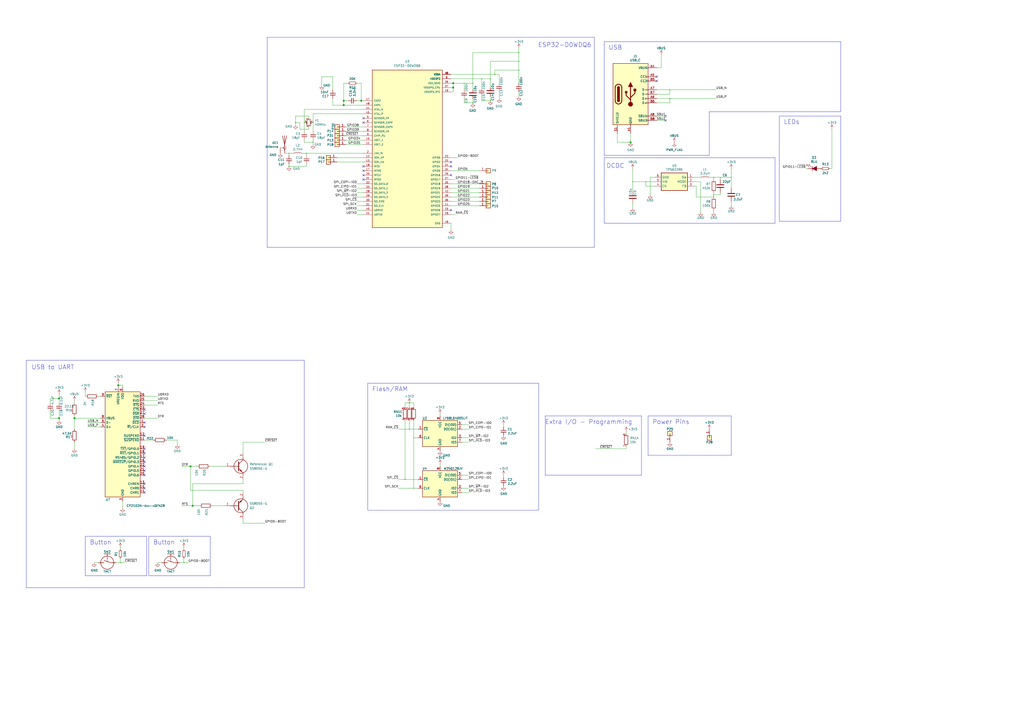
<source format=kicad_sch>
(kicad_sch (version 20231120) (generator "eeschema") (generator_version "8.0")
  (paper "A2")
  (title_block (title "ESP32-REACTJS-DEVKIT") (date "2024/2025") (company "GTS (Designed by: Engineer Silvio E. Viscuso)"))
  (lib_symbols
    (symbol "V1:+3V3" (power) (pin_names (offset 0))
      (property "Value" "+3V3" (at 0 3.556 0))
      (symbol "+3V3_1_1"
        (pin power_in line (at 0 0 90) (length 0) hide (name "+3V3") (number "1"))
      )
    )
    (symbol "V1:Antenna_Shield" (pin_numbers hide) (pin_names hide)
      (property "Reference" "AE" (at -1.905 4.445 0))
      (property "Value" "Antenna_Shield" (at -1.905 2.54 0))
      (symbol "Antenna_Shield_1_1"
        (pin input line (at 0 -5.08 90) (length 2.54) (name "A") (number "1"))
        (pin input line (at 2.54 -5.08 90) (length 2.54) (name "Shield") (number "2"))
      )
    )
    (symbol "V1:C" (pin_numbers hide) (pin_names (offset 0.254))
      (property "Reference" "C" (at 0.635 2.54 0))
      (property "Value" "C" (at 0.635 -2.54 0))
      (symbol "C_1_1"
        (pin passive line (at 0 3.81 270) (length 2.794) (name "~") (number "1"))
        (pin passive line (at 0 -3.81 90) (length 2.794) (name "~") (number "2"))
      )
    )
    (symbol "V1:CP2102N-Axx-xQFN28"
      (property "Reference" "U" (at -8.89 31.75 0))
      (property "Value" "CP2102N-Axx-xQFN28" (at 12.7 31.75 0))
      (symbol "CP2102N-Axx-xQFN28_1_1"
        (pin input line (at 12.7 12.7 180) (length 2.54) (name "~{DCD}") (number "1"))
        (pin no_connect line (at -10.16 -27.94 0) (length 2.54) hide (name "NC") (number "10"))
        (pin output line (at 12.7 2.54 180) (length 2.54) (name "~{SUSPEND}") (number "11"))
        (pin output line (at 12.7 5.08 180) (length 2.54) (name "SUSPEND") (number "12"))
        (pin output line (at 12.7 -22.86 180) (length 2.54) (name "CHREN") (number "13"))
        (pin output line (at 12.7 -27.94 180) (length 2.54) (name "CHR1") (number "14"))
        (pin output line (at 12.7 -25.4 180) (length 2.54) (name "CHR0") (number "15"))
        (pin bidirectional line (at 12.7 -10.16 180) (length 2.54) (name "~{WAKEUP}/GPIO.3") (number "16"))
        (pin bidirectional line (at 12.7 -7.62 180) (length 2.54) (name "RS485/GPIO.2") (number "17"))
        (pin bidirectional line (at 12.7 -5.08 180) (length 2.54) (name "~{RXT}/GPIO.1") (number "18"))
        (pin bidirectional line (at 12.7 -2.54 180) (length 2.54) (name "~{TXT}/GPIO.0") (number "19"))
        (pin bidirectional line (at 12.7 10.16 180) (length 2.54) (name "~{RI}/CLK") (number "2"))
        (pin bidirectional line (at 12.7 -17.78 180) (length 2.54) (name "GPIO.6") (number "20"))
        (pin bidirectional line (at 12.7 -15.24 180) (length 2.54) (name "GPIO.5") (number "21"))
        (pin bidirectional line (at 12.7 -12.7 180) (length 2.54) (name "GPIO.4") (number "22"))
        (pin input line (at 12.7 20.32 180) (length 2.54) (name "~{CTS}") (number "23"))
        (pin output line (at 12.7 22.86 180) (length 2.54) (name "~{RTS}") (number "24"))
        (pin input line (at 12.7 25.4 180) (length 2.54) (name "RXD") (number "25"))
        (pin output line (at 12.7 27.94 180) (length 2.54) (name "TXD") (number "26"))
        (pin input line (at 12.7 17.78 180) (length 2.54) (name "~{DSR}") (number "27"))
        (pin output line (at 12.7 15.24 180) (length 2.54) (name "~{DTR}") (number "28"))
        (pin passive line (at 0 -33.02 90) (length 2.54) hide (name "GND") (number "29"))
        (pin power_in line (at 0 -33.02 90) (length 2.54) (name "GND") (number "3"))
        (pin bidirectional line (at -12.7 10.16 0) (length 2.54) (name "D+") (number "4"))
        (pin bidirectional line (at -12.7 12.7 0) (length 2.54) (name "D-") (number "5"))
        (pin power_in line (at 0 33.02 270) (length 2.54) (name "VDD") (number "6"))
        (pin power_in line (at -2.54 33.02 270) (length 2.54) (name "VREGIN") (number "7"))
        (pin input line (at -12.7 15.24 0) (length 2.54) (name "VBUS") (number "8"))
        (pin input line (at -12.7 27.94 0) (length 2.54) (name "~{RST}") (number "9"))
      )
    )
    (symbol "V1:C_1" (pin_numbers hide) (pin_names (offset 0.254))
      (property "Reference" "C" (at 0.635 2.54 0))
      (property "Value" "C" (at 0.635 -2.54 0))
      (symbol "C_1_1_1"
        (pin passive line (at 0 3.81 270) (length 2.794) (name "~") (number "1"))
        (pin passive line (at 0 -3.81 90) (length 2.794) (name "~") (number "2"))
      )
    )
    (symbol "V1:C_2" (pin_numbers hide) (pin_names (offset 0.254))
      (property "Reference" "C" (at 0.635 2.54 0))
      (property "Value" "C" (at 0.635 -2.54 0))
      (symbol "C_2_1_1"
        (pin passive line (at 0 3.81 270) (length 2.794) (name "~") (number "1"))
        (pin passive line (at 0 -3.81 90) (length 2.794) (name "~") (number "2"))
      )
    )
    (symbol "V1:Conn_01x01" (pin_names hide)
      (property "Reference" "J" (at 0 2.54 0))
      (property "Value" "Conn_01x01" (at 0 -2.54 0))
      (symbol "Conn_01x01_1_1"
        (pin passive line (at -5.08 0 0) (length 3.81) (name "Pin_1") (number "1"))
      )
    )
    (symbol "V1:Crystal_GND24_Small" (pin_names hide)
      (property "Reference" "Y" (at 1.27 4.445 0))
      (property "Value" "Crystal_GND24_Small" (at 1.27 2.54 0))
      (symbol "Crystal_GND24_Small_1_1"
        (pin passive line (at -2.54 0 0) (length 1.27) (name "1") (number "1"))
        (pin passive line (at 0 -2.54 90) (length 0.635) (name "2") (number "2"))
        (pin passive line (at 2.54 0 180) (length 1.27) (name "3") (number "3"))
        (pin passive line (at 0 2.54 270) (length 0.635) (name "4") (number "4"))
      )
    )
    (symbol "V1:ESP32-D0WD" (pin_names (offset 1.016))
      (property "Reference" "U" (at -20.3223 45.7253 0))
      (property "Value" "ESP32-D0WD" (at -20.3476 -48.3256 0))
      (symbol "ESP32-D0WD_0_0"
        (pin power_in line (at 25.4 43.18 180) (length 5.08) (name "VDDA") (number "1"))
        (pin input line (at -25.4 5.08 0) (length 5.08) (name "VDET_1") (number "10"))
        (pin input line (at -25.4 2.54 0) (length 5.08) (name "VDET_2") (number "11"))
        (pin bidirectional line (at -25.4 -5.08 0) (length 5.08) (name "32K_XP") (number "12"))
        (pin bidirectional line (at -25.4 -7.62 0) (length 5.08) (name "32K_XN") (number "13"))
        (pin bidirectional line (at 25.4 -33.02 180) (length 5.08) (name "GPIO25") (number "14"))
        (pin bidirectional line (at 25.4 -35.56 180) (length 5.08) (name "GPIO26") (number "15"))
        (pin bidirectional line (at 25.4 -38.1 180) (length 5.08) (name "GPIO27") (number "16"))
        (pin bidirectional line (at -25.4 -12.7 0) (length 5.08) (name "MTMS") (number "17"))
        (pin bidirectional line (at -25.4 -10.16 0) (length 5.08) (name "MTDI") (number "18"))
        (pin power_in line (at 25.4 33.02 180) (length 5.08) (name "VDD3P3_RTC") (number "19"))
        (pin bidirectional line (at -25.4 -2.54 0) (length 5.08) (name "LNA_IN") (number "2"))
        (pin bidirectional line (at -25.4 -15.24 0) (length 5.08) (name "MTCK") (number "20"))
        (pin bidirectional line (at -25.4 -17.78 0) (length 5.08) (name "MTDO") (number "21"))
        (pin bidirectional line (at 25.4 -7.62 180) (length 5.08) (name "GPIO2") (number "22"))
        (pin bidirectional line (at 25.4 -5.08 180) (length 5.08) (name "GPIO0") (number "23"))
        (pin bidirectional line (at 25.4 -10.16 180) (length 5.08) (name "GPIO4") (number "24"))
        (pin bidirectional line (at 25.4 -15.24 180) (length 5.08) (name "GPIO16") (number "25"))
        (pin power_in line (at 25.4 38.1 180) (length 5.08) (name "VDD_SDIO") (number "26"))
        (pin bidirectional line (at 25.4 -17.78 180) (length 5.08) (name "GPIO17") (number "27"))
        (pin bidirectional line (at -25.4 -25.4 0) (length 5.08) (name "SD_DATA_2") (number "28"))
        (pin bidirectional line (at -25.4 -27.94 0) (length 5.08) (name "SD_DATA_3") (number "29"))
        (pin power_in line (at 25.4 40.64 180) (length 5.08) (name "VDD3P3") (number "3"))
        (pin bidirectional line (at -25.4 -30.48 0) (length 5.08) (name "SD_CMD") (number "30"))
        (pin bidirectional line (at -25.4 -33.02 0) (length 5.08) (name "SD_CLK") (number "31"))
        (pin bidirectional line (at -25.4 -20.32 0) (length 5.08) (name "SD_DATA_0") (number "32"))
        (pin bidirectional line (at -25.4 -22.86 0) (length 5.08) (name "SD_DATA_1") (number "33"))
        (pin bidirectional line (at 25.4 -12.7 180) (length 5.08) (name "GPIO5") (number "34"))
        (pin bidirectional line (at 25.4 -20.32 180) (length 5.08) (name "GPIO18") (number "35"))
        (pin bidirectional line (at 25.4 -30.48 180) (length 5.08) (name "GPIO23") (number "36"))
        (pin power_in line (at 25.4 35.56 180) (length 5.08) (name "VDD3P3_CPU") (number "37"))
        (pin bidirectional line (at 25.4 -22.86 180) (length 5.08) (name "GPIO19") (number "38"))
        (pin bidirectional line (at 25.4 -27.94 180) (length 5.08) (name "GPIO22") (number "39"))
        (pin power_in line (at 25.4 40.64 180) (length 5.08) (name "VDD3P3") (number "4"))
        (pin bidirectional line (at -25.4 -35.56 0) (length 5.08) (name "U0RXD") (number "40"))
        (pin bidirectional line (at -25.4 -38.1 0) (length 5.08) (name "U0TXD") (number "41"))
        (pin bidirectional line (at 25.4 -25.4 180) (length 5.08) (name "GPIO21") (number "42"))
        (pin power_in line (at 25.4 43.18 180) (length 5.08) (name "VDDA") (number "43"))
        (pin output line (at -25.4 22.86 0) (length 5.08) (name "XTAL_N") (number "44"))
        (pin input line (at -25.4 20.32 0) (length 5.08) (name "XTAL_P") (number "45"))
        (pin power_in line (at 25.4 43.18 180) (length 5.08) (name "VDDA") (number "46"))
        (pin input line (at -25.4 27.94 0) (length 5.08) (name "CAP2") (number "47"))
        (pin input line (at -25.4 25.4 0) (length 5.08) (name "CAP1") (number "48"))
        (pin power_in line (at 25.4 -43.18 180) (length 5.08) (name "GND") (number "49"))
        (pin input line (at -25.4 17.78 0) (length 5.08) (name "SENSOR_VP") (number "5"))
        (pin input line (at -25.4 15.24 0) (length 5.08) (name "SENSOR_CAPP") (number "6"))
        (pin input line (at -25.4 12.7 0) (length 5.08) (name "SENSOR_CAPN") (number "7"))
        (pin input line (at -25.4 10.16 0) (length 5.08) (name "SENSOR_VN") (number "8"))
        (pin input line (at -25.4 7.62 0) (length 5.08) (name "CHIP_PU") (number "9"))
      )
    )
    (symbol "V1:GND" (power) (pin_names (offset 0))
      (property "Value" "GND" (at 0 -3.81 0))
      (symbol "GND_1_1"
        (pin power_in line (at 0 0 270) (length 0) hide (name "GND") (number "1"))
      )
    )
    (symbol "V1:LED_ALT" (pin_numbers hide) (pin_names hide)
      (property "Reference" "D" (at 0 2.54 0))
      (property "Value" "LED_ALT" (at 0 -2.54 0))
      (symbol "LED_ALT_1_1"
        (pin passive line (at -3.81 0 0) (length 2.54) (name "K") (number "1"))
        (pin passive line (at 3.81 0 180) (length 2.54) (name "A") (number "2"))
      )
    )
    (symbol "V1:L_Small" (pin_numbers hide) (pin_names (offset 0.254) hide)
      (property "Reference" "L" (at 0.762 1.016 0))
      (property "Value" "L_Small" (at 0.762 -1.016 0))
      (symbol "L_Small_1_1"
        (pin passive line (at 0 2.54 270) (length 0.508) (name "~") (number "1"))
        (pin passive line (at 0 -2.54 90) (length 0.508) (name "~") (number "2"))
      )
    )
    (symbol "V1:L_Small_1" (pin_numbers hide) (pin_names (offset 0.254) hide)
      (property "Reference" "L" (at 0.762 1.016 0))
      (property "Value" "L_Small" (at 0.762 -1.016 0))
      (symbol "L_Small_1_1_1"
        (pin passive line (at 0 2.54 270) (length 0.508) (name "~") (number "1"))
        (pin passive line (at 0 -2.54 90) (length 0.508) (name "~") (number "2"))
      )
    )
    (symbol "V1:PWR_FLAG" (power) (pin_numbers hide) (pin_names (offset 0) hide)
      (property "Value" "PWR_FLAG" (at 0 3.81 0))
      (symbol "PWR_FLAG_0_0"
        (pin power_out line (at 0 0 90) (length 0) (name "pwr") (number "1"))
      )
    )
    (symbol "V1:R" (pin_numbers hide) (pin_names (offset 0))
      (property "Reference" "R" (at 2.032 0 90))
      (property "Value" "R" (at 0 0 90))
      (symbol "R_1_1"
        (pin passive line (at 0 3.81 270) (length 1.27) (name "~") (number "1"))
        (pin passive line (at 0 -3.81 90) (length 1.27) (name "~") (number "2"))
      )
    )
    (symbol "V1:R_Pack04_Split" (pin_names (offset 0) hide)
      (property "Reference" "RN" (at 2.032 0 90))
      (property "Value" "R_Pack04_Split" (at 0 0 90))
      (symbol "R_Pack04_Split_1_1"
        (pin passive line (at 0 -3.81 90) (length 1.27) (name "R1.1") (number "1"))
        (pin passive line (at 0 3.81 270) (length 1.27) (name "R1.2") (number "8"))
      )
      (symbol "R_Pack04_Split_2_1"
        (pin passive line (at 0 -3.81 90) (length 1.27) (name "R2.1") (number "2"))
        (pin passive line (at 0 3.81 270) (length 1.27) (name "R2.2") (number "7"))
      )
      (symbol "R_Pack04_Split_3_1"
        (pin passive line (at 0 -3.81 90) (length 1.27) (name "R3.1") (number "3"))
        (pin passive line (at 0 3.81 270) (length 1.27) (name "R3.2") (number "6"))
      )
      (symbol "R_Pack04_Split_4_1"
        (pin passive line (at 0 -3.81 90) (length 1.27) (name "R4.1") (number "4"))
        (pin passive line (at 0 3.81 270) (length 1.27) (name "R4.2") (number "5"))
      )
    )
    (symbol "V1:SS8050-G" (pin_names hide)
      (property "Reference" "Q" (at 13.97 1.27 0))
      (property "Value" "SS8050-G" (at 13.97 -1.27 0))
      (symbol "SS8050-G_1_1"
        (pin passive line (at 0 0 0) (length 2.54) (name "B") (number "1"))
        (pin passive line (at 10.16 -7.62 90) (length 2.54) (name "E") (number "2"))
        (pin passive line (at 10.16 7.62 270) (length 2.54) (name "C") (number "3"))
      )
    )
    (symbol "V1:TACT-pkl_misc" (pin_numbers hide) (pin_names hide)
      (property "Reference" "SW1" (at 0 6.35 0))
      (property "Value" "TACT" (at 0 -5.08 0))
      (symbol "TACT-pkl_misc_1_1"
        (pin passive line (at -5.08 0 0) (length 2.54) (name "~") (number "1"))
        (pin passive line (at -5.08 0 0) (length 2.54) (name "~") (number "2"))
        (pin passive line (at 5.08 0 180) (length 2.54) (name "~") (number "3"))
        (pin passive line (at 5.08 0 180) (length 2.54) (name "~") (number "4"))
      )
    )
    (symbol "V1:TPS62290"
      (property "Reference" "U" (at 0 7.62 0))
      (property "Value" "TPS62290" (at 0 5.08 0))
      (symbol "TPS62290_1_1"
        (pin input line (at -11.43 0 0) (length 3.81) (name "SW") (number "1"))
        (pin input line (at -11.43 -2.54 0) (length 3.81) (name "MODE") (number "2"))
        (pin input line (at -11.43 -5.08 0) (length 3.81) (name "FB") (number "3"))
        (pin input line (at 11.43 -5.08 180) (length 3.81) (name "EN") (number "4"))
        (pin input line (at 11.43 -2.54 180) (length 3.81) (name "VIN") (number "5"))
        (pin input line (at 11.43 0 180) (length 3.81) (name "GND") (number "6"))
        (pin input line (at 11.43 0 180) (length 3.81) hide (name "GND") (number "7"))
      )
    )
    (symbol "V1:USB_C_Receptacle_USB2.0"
      (property "Reference" "J" (at -10.16 19.05 0))
      (property "Value" "USB_C_Receptacle_USB2.0" (at 19.05 19.05 0))
      (symbol "USB_C_Receptacle_USB2.0_1_1"
        (pin power_in line (at 0 -22.86 90) (length 5.08) (name "GND") (number "A1"))
        (pin passive line (at 0 -22.86 90) (length 5.08) hide (name "GND") (number "A12"))
        (pin power_in line (at 15.24 15.24 180) (length 5.08) (name "VBUS") (number "A4"))
        (pin bidirectional line (at 15.24 10.16 180) (length 5.08) (name "CC1") (number "A5"))
        (pin bidirectional line (at 15.24 -2.54 180) (length 5.08) (name "D+") (number "A6"))
        (pin bidirectional line (at 15.24 2.54 180) (length 5.08) (name "D-") (number "A7"))
        (pin bidirectional line (at 15.24 -12.7 180) (length 5.08) (name "SBU1") (number "A8"))
        (pin passive line (at 15.24 15.24 180) (length 5.08) hide (name "VBUS") (number "A9"))
        (pin passive line (at 0 -22.86 90) (length 5.08) hide (name "GND") (number "B1"))
        (pin passive line (at 0 -22.86 90) (length 5.08) hide (name "GND") (number "B12"))
        (pin passive line (at 15.24 15.24 180) (length 5.08) hide (name "VBUS") (number "B4"))
        (pin bidirectional line (at 15.24 7.62 180) (length 5.08) (name "CC2") (number "B5"))
        (pin bidirectional line (at 15.24 -5.08 180) (length 5.08) (name "D+") (number "B6"))
        (pin bidirectional line (at 15.24 0 180) (length 5.08) (name "D-") (number "B7"))
        (pin bidirectional line (at 15.24 -15.24 180) (length 5.08) (name "SBU2") (number "B8"))
        (pin passive line (at 15.24 15.24 180) (length 5.08) hide (name "VBUS") (number "B9"))
        (pin passive line (at -7.62 -22.86 90) (length 5.08) (name "SHIELD") (number "S1"))
      )
    )
    (symbol "V1:VBUS" (power) (pin_names (offset 0))
      (property "Value" "VBUS" (at 0 3.81 0))
      (symbol "VBUS_1_1"
        (pin power_in line (at 0 0 90) (length 0) hide (name "VBUS") (number "1"))
      )
    )
    (symbol "V1:W25Q32JVSS"
      (property "Reference" "U4" (at -8.89 8.89 0))
      (property "Value" "W25Q128JV" (at 7.62 8.89 0))
      (symbol "W25Q32JVSS_1_1"
        (pin input line (at -12.7 2.54 0) (length 2.54) (name "~{CS}") (number "1"))
        (pin bidirectional line (at 12.7 2.54 180) (length 2.54) (name "DO(IO1)") (number "2"))
        (pin bidirectional line (at 12.7 -2.54 180) (length 2.54) (name "IO2") (number "3"))
        (pin power_in line (at 0 -10.16 90) (length 2.54) (name "GND") (number "4"))
        (pin bidirectional line (at 12.7 5.08 180) (length 2.54) (name "DI(IO0)") (number "5"))
        (pin input line (at -12.7 -2.54 0) (length 2.54) (name "CLK") (number "6"))
        (pin bidirectional line (at 12.7 -5.08 180) (length 2.54) (name "IO3") (number "7"))
        (pin power_in line (at 0 10.16 270) (length 2.54) (name "VCC") (number "8"))
      )
    )
    (symbol "V1:pkl_C-pkl_device" (pin_numbers hide) (pin_names (offset 0.254))
      (property "Reference" "C" (at 0.635 2.54 0))
      (property "Value" "pkl_C-pkl_device" (at 0.635 -2.54 0))
      (symbol "pkl_C-pkl_device_1_1"
        (pin passive line (at 0 2.54 270) (length 1.524) (name "~") (number "1"))
        (pin passive line (at 0 -2.54 90) (length 1.524) (name "~") (number "2"))
      )
    )
    (symbol "V1:pkl_C_Small-pkl_device" (pin_numbers hide) (pin_names (offset 0.254) hide)
      (property "Reference" "C" (at 0.254 1.778 0))
      (property "Value" "pkl_C_Small-pkl_device" (at 0.254 -2.032 0))
      (symbol "pkl_C_Small-pkl_device_1_1"
        (pin passive line (at 0 2.54 270) (length 1.905) (name "~") (number "1"))
        (pin passive line (at 0 -2.54 90) (length 2.032) (name "~") (number "2"))
      )
    )
    (symbol "V1:pkl_R_Small-pkl_device" (pin_numbers hide) (pin_names (offset 0.254) hide)
      (property "Reference" "R" (at 0.762 0.508 0))
      (property "Value" "pkl_R_Small-pkl_device" (at 0.762 -1.016 0))
      (symbol "pkl_R_Small-pkl_device_1_1"
        (pin passive line (at 0 2.54 270) (length 0.762) (name "~") (number "1"))
        (pin passive line (at 0 -2.54 90) (length 0.762) (name "~") (number "2"))
      )
    )
    (symbol "W25Q32JVSS_1"
      (property "Reference" "U2" (at -8.89 8.89 0))
      (property "Value" "LY68L6400SLIT" (at 8.89 8.89 0))
      (symbol "W25Q32JVSS_1_1_1"
        (pin input line (at -12.7 2.54 0) (length 2.54) (name "~{CS}") (number "1"))
        (pin bidirectional line (at 12.7 2.54 180) (length 2.54) (name "DO(IO1)") (number "2"))
        (pin bidirectional line (at 12.7 -2.54 180) (length 2.54) (name "IO2") (number "3"))
        (pin power_in line (at 0 -10.16 90) (length 2.54) (name "GND") (number "4"))
        (pin bidirectional line (at 12.7 5.08 180) (length 2.54) (name "DI(IO0)") (number "5"))
        (pin input line (at -12.7 -2.54 0) (length 2.54) (name "CLK") (number "6"))
        (pin bidirectional line (at 12.7 -5.08 180) (length 2.54) (name "IO3") (number "7"))
        (pin power_in line (at 0 10.16 270) (length 2.54) (name "VCC") (number "8"))
      )
    )
  )
  (junction (at 279.4 45.72) (diameter 0.3048))
  (junction (at 417.83 102.87) (diameter 0.3048))
  (junction (at 300.99 40.64) (diameter 0.3048))
  (junction (at 34.29 242.57))
  (junction (at 177.8 88.9) (diameter 0.3048))
  (junction (at 262.89 50.8))
  (junction (at 240.03 283.21) (diameter 0.3048))
  (junction (at 388.62 57.15) (diameter 0.3048))
  (junction (at 262.89 48.26))
  (junction (at 69.85 326.39) (diameter 0.3048))
  (junction (at 106.68 326.39) (diameter 0.3048))
  (junction (at 374.65 105.41) (diameter 0.3048))
  (junction (at 300.99 35.56) (diameter 0.3048))
  (junction (at 111.76 293.37))
  (junction (at 234.95 278.13) (diameter 0.3048))
  (junction (at 171.45 71.12) (diameter 0.3048))
  (junction (at 300.99 30.48) (diameter 0.3048))
  (junction (at 167.64 96.52) (diameter 0.3048))
  (junction (at 209.55 58.42))
  (junction (at 110.49 270.51))
  (junction (at 284.48 58.42) (diameter 0.3048))
  (junction (at 365.76 82.55))
  (junction (at 414.02 113.03) (diameter 0.3048))
  (junction (at 34.29 231.14))
  (junction (at 274.32 48.26) (diameter 0.3048))
  (junction (at 181.61 71.12) (diameter 0.3048))
  (junction (at 237.49 248.92) (diameter 0.3048))
  (junction (at 414.02 102.87) (diameter 0.3048))
  (junction (at 424.18 102.87) (diameter 0.3048))
  (junction (at 43.18 242.57))
  (junction (at 181.61 82.55) (diameter 0.3048))
  (junction (at 269.24 48.26) (diameter 0.3048))
  (junction (at 274.32 59.69) (diameter 0.3048))
  (junction (at 237.49 233.68) (diameter 0.3048))
  (junction (at 367.03 105.41) (diameter 0.3048))
  (junction (at 287.02 43.18) (diameter 0.3048))
  (junction (at 167.64 88.9) (diameter 0.3048))
  (junction (at 68.58 223.52))
  (junction (at 240.03 254) (diameter 0.3048))
  (junction (at 388.62 52.07) (diameter 0.3048))
  (junction (at 199.39 60.96))
  (junction (at 414.02 114.3) (diameter 0.3048))
  (junction (at 284.48 45.72) (diameter 0.3048))
  (junction (at 176.53 71.12) (diameter 0.3048))
  (junction (at 199.39 58.42))
  (no_connect (at 381 46.99))
  (no_connect (at 210.82 96.52))
  (no_connect (at 83.82 283.21))
  (no_connect (at 83.82 260.35))
  (no_connect (at 83.82 237.49))
  (no_connect (at 261.62 96.52))
  (no_connect (at 210.82 101.6))
  (no_connect (at 83.82 270.51))
  (no_connect (at 83.82 275.59))
  (no_connect (at 210.82 71.12))
  (no_connect (at 261.62 101.6))
  (no_connect (at 83.82 240.03))
  (no_connect (at 83.82 262.89))
  (no_connect (at 210.82 104.14))
  (no_connect (at 381 44.45))
  (no_connect (at 83.82 265.43))
  (no_connect (at 83.82 247.65))
  (no_connect (at 83.82 252.73))
  (no_connect (at 83.82 285.75))
  (no_connect (at 83.82 267.97))
  (no_connect (at 83.82 245.11))
  (no_connect (at 83.82 273.05))
  (no_connect (at 210.82 99.06))
  (no_connect (at 386.08 69.85))
  (no_connect (at 261.62 121.92))
  (no_connect (at 386.08 67.31))
  (no_connect (at 210.82 68.58))
  (no_connect (at 83.82 280.67))
  (no_connect (at 261.62 93.98))
  (polyline (pts (xy 15.24 208.915) (xy 176.53 208.915)))
  (wire (pts (xy 417.83 111.76) (xy 417.83 113.03)))
  (wire (pts (xy 279.4 55.88) (xy 279.4 58.42)))
  (wire (pts (xy 358.14 82.55) (xy 365.76 82.55)))
  (wire (pts (xy 345.44 260.35) (xy 363.22 260.35)))
  (wire (pts (xy 403.86 107.95) (xy 402.59 107.95)))
  (wire (pts (xy 91.44 229.87) (xy 83.82 229.87)))
  (wire (pts (xy 374.65 107.95) (xy 374.65 105.41)))
  (wire (pts (xy 57.15 326.39) (xy 54.61 326.39)))
  (polyline (pts (xy 449.58 91.44) (xy 350.52 91.44)) (stroke (width 0) (type solid)))
  (wire (pts (xy 377.19 102.87) (xy 377.19 113.03)))
  (polyline (pts (xy 85.09 334.01) (xy 85.09 311.15)) (stroke (width 0) (type solid)))
  (polyline (pts (xy 487.68 67.31) (xy 452.12 67.31)) (stroke (width 0) (type solid)))
  (wire (pts (xy 210.82 66.04) (xy 181.61 66.04)))
  (wire (pts (xy 237.49 248.92) (xy 242.57 248.92)))
  (wire (pts (xy 237.49 233.68) (xy 237.49 236.22)))
  (wire (pts (xy 29.21 231.14) (xy 34.29 231.14)))
  (wire (pts (xy 69.85 317.5) (xy 69.85 318.77)))
  (wire (pts (xy 110.49 284.48) (xy 110.49 270.51)))
  (wire (pts (xy 481.33 97.79) (xy 482.6 97.79)))
  (wire (pts (xy 274.32 59.69) (xy 269.24 59.69)))
  (wire (pts (xy 261.62 133.35) (xy 261.62 129.54)))
  (wire (pts (xy 261.62 106.68) (xy 278.13 106.68)))
  (wire (pts (xy 284.48 45.72) (xy 279.4 45.72)))
  (polyline (pts (xy 449.58 129.54) (xy 350.52 129.54)) (stroke (width 0) (type solid)))
  (wire (pts (xy 261.62 114.3) (xy 278.13 114.3)))
  (wire (pts (xy 91.44 234.95) (xy 83.82 234.95)))
  (wire (pts (xy 29.21 233.68) (xy 29.21 231.14)))
  (polyline (pts (xy 452.12 67.31) (xy 452.12 128.27)) (stroke (width 0) (type solid)))
  (wire (pts (xy 210.82 60.96) (xy 199.39 60.96)))
  (wire (pts (xy 388.62 57.15) (xy 415.29 57.15)))
  (polyline (pts (xy 372.11 275.59) (xy 316.23 275.59)) (stroke (width 0) (type solid)))
  (wire (pts (xy 289.56 43.18) (xy 289.56 48.26)))
  (wire (pts (xy 300.99 27.94) (xy 300.99 30.48)))
  (wire (pts (xy 207.01 111.76) (xy 210.82 111.76)))
  (wire (pts (xy 167.64 95.25) (xy 167.64 96.52)))
  (wire (pts (xy 43.18 241.3) (xy 43.18 242.57)))
  (wire (pts (xy 287.02 40.64) (xy 300.99 40.64)))
  (wire (pts (xy 106.68 317.5) (xy 106.68 318.77)))
  (polyline (pts (xy 372.11 275.59) (xy 372.11 241.3)) (stroke (width 0) (type solid)))
  (polyline (pts (xy 176.53 340.995) (xy 15.24 340.995)))
  (polyline (pts (xy 154.94 143.51) (xy 154.94 21.59)) (stroke (width 0) (type solid)))
  (wire (pts (xy 181.61 82.55) (xy 181.61 81.28)))
  (wire (pts (xy 424.18 102.87) (xy 424.18 109.22)))
  (wire (pts (xy 414.02 102.87) (xy 417.83 102.87)))
  (wire (pts (xy 255.27 240.03) (xy 255.27 241.3)))
  (wire (pts (xy 106.68 326.39) (xy 106.68 323.85)))
  (wire (pts (xy 34.29 228.6) (xy 34.29 231.14)))
  (polyline (pts (xy 487.68 67.31) (xy 487.68 128.27)) (stroke (width 0) (type solid)))
  (wire (pts (xy 240.03 283.21) (xy 242.57 283.21)))
  (wire (pts (xy 267.97 248.92) (xy 271.78 248.92)))
  (wire (pts (xy 284.48 55.88) (xy 284.48 58.42)))
  (wire (pts (xy 261.62 116.84) (xy 278.13 116.84)))
  (wire (pts (xy 69.85 326.39) (xy 72.39 326.39)))
  (wire (pts (xy 179.07 73.66) (xy 179.07 74.93)))
  (wire (pts (xy 170.18 88.9) (xy 167.64 88.9)))
  (wire (pts (xy 417.83 102.87) (xy 417.83 104.14)))
  (wire (pts (xy 110.49 270.51) (xy 114.3 270.51)))
  (wire (pts (xy 482.6 74.93) (xy 482.6 97.79)))
  (wire (pts (xy 292.1 246.38) (xy 292.1 247.65)))
  (wire (pts (xy 278.13 111.76) (xy 261.62 111.76)))
  (wire (pts (xy 274.32 30.48) (xy 300.99 30.48)))
  (polyline (pts (xy 213.36 295.91) (xy 213.36 222.25)) (stroke (width 0) (type solid)))
  (wire (pts (xy 199.39 60.96) (xy 193.04 60.96)))
  (wire (pts (xy 381 39.37) (xy 383.54 39.37)))
  (wire (pts (xy 83.82 255.27) (xy 88.9 255.27)))
  (wire (pts (xy 179.07 67.31) (xy 179.07 68.58)))
  (wire (pts (xy 140.97 278.13) (xy 140.97 280.67)))
  (wire (pts (xy 49.53 229.87) (xy 49.53 227.33)))
  (polyline (pts (xy 85.09 334.01) (xy 49.53 334.01)) (stroke (width 0) (type solid)))
  (polyline (pts (xy 121.92 334.01) (xy 121.92 311.15)) (stroke (width 0) (type solid)))
  (wire (pts (xy 209.55 48.26) (xy 209.55 58.42)))
  (wire (pts (xy 50.8 247.65) (xy 58.42 247.65)))
  (wire (pts (xy 424.18 116.84) (xy 424.18 119.38)))
  (wire (pts (xy 379.73 107.95) (xy 374.65 107.95)))
  (wire (pts (xy 414.02 113.03) (xy 417.83 113.03)))
  (wire (pts (xy 181.61 76.2) (xy 181.61 71.12)))
  (wire (pts (xy 207.01 109.22) (xy 210.82 109.22)))
  (wire (pts (xy 140.97 256.54) (xy 140.97 262.89)))
  (wire (pts (xy 264.16 104.14) (xy 261.62 104.14)))
  (wire (pts (xy 105.41 270.51) (xy 110.49 270.51)))
  (wire (pts (xy 200.66 83.82) (xy 210.82 83.82)))
  (wire (pts (xy 195.58 93.98) (xy 210.82 93.98)))
  (wire (pts (xy 231.14 283.21) (xy 240.03 283.21)))
  (wire (pts (xy 207.01 116.84) (xy 210.82 116.84)))
  (polyline (pts (xy 411.48 64.77) (xy 411.48 90.17)) (stroke (width 0) (type solid)))
  (wire (pts (xy 383.54 39.37) (xy 383.54 31.75)))
  (polyline (pts (xy 213.36 222.25) (xy 312.42 222.25)) (stroke (width 0) (type solid)))
  (polyline (pts (xy 350.52 24.13) (xy 487.68 24.13)) (stroke (width 0) (type solid)))
  (polyline (pts (xy 424.18 241.3) (xy 424.18 264.16)) (stroke (width 0) (type solid)))
  (wire (pts (xy 176.53 82.55) (xy 181.61 82.55)))
  (polyline (pts (xy 121.92 311.15) (xy 86.36 311.15)) (stroke (width 0) (type solid)))
  (wire (pts (xy 231.14 248.92) (xy 237.49 248.92)))
  (wire (pts (xy 381 69.85) (xy 386.08 69.85)))
  (wire (pts (xy 106.68 326.39) (xy 109.22 326.39)))
  (wire (pts (xy 173.99 74.93) (xy 173.99 71.12)))
  (wire (pts (xy 267.97 278.13) (xy 271.78 278.13)))
  (wire (pts (xy 261.62 91.44) (xy 265.43 91.44)))
  (wire (pts (xy 269.24 57.15) (xy 269.24 59.69)))
  (wire (pts (xy 153.67 256.54) (xy 140.97 256.54)))
  (wire (pts (xy 207.01 121.92) (xy 210.82 121.92)))
  (wire (pts (xy 292.1 275.59) (xy 292.1 276.86)))
  (wire (pts (xy 381 52.07) (xy 388.62 52.07)))
  (wire (pts (xy 176.53 76.2) (xy 176.53 71.12)))
  (wire (pts (xy 261.62 99.06) (xy 278.13 99.06)))
  (wire (pts (xy 177.8 96.52) (xy 167.64 96.52)))
  (wire (pts (xy 414.02 111.76) (xy 414.02 113.03)))
  (wire (pts (xy 140.97 285.75) (xy 140.97 284.48)))
  (wire (pts (xy 207.01 48.26) (xy 209.55 48.26)))
  (polyline (pts (xy 121.92 334.01) (xy 86.36 334.01)) (stroke (width 0) (type solid)))
  (wire (pts (xy 140.97 303.53) (xy 140.97 300.99)))
  (wire (pts (xy 467.36 97.79) (xy 468.63 97.79)))
  (wire (pts (xy 50.8 245.11) (xy 58.42 245.11)))
  (polyline (pts (xy 316.23 275.59) (xy 316.23 241.3)) (stroke (width 0) (type solid)))
  (wire (pts (xy 68.58 223.52) (xy 71.12 223.52)))
  (wire (pts (xy 234.95 278.13) (xy 242.57 278.13)))
  (wire (pts (xy 261.62 119.38) (xy 278.13 119.38)))
  (wire (pts (xy 367.03 105.41) (xy 374.65 105.41)))
  (polyline (pts (xy 424.18 264.16) (xy 375.92 264.16)) (stroke (width 0) (type solid)))
  (wire (pts (xy 91.44 242.57) (xy 83.82 242.57)))
  (wire (pts (xy 57.15 229.87) (xy 58.42 229.87)))
  (wire (pts (xy 269.24 48.26) (xy 269.24 52.07)))
  (wire (pts (xy 210.82 63.5) (xy 176.53 63.5)))
  (polyline (pts (xy 350.52 91.44) (xy 350.52 129.54)) (stroke (width 0) (type solid)))
  (wire (pts (xy 300.99 40.64) (xy 300.99 48.26)))
  (wire (pts (xy 414.02 102.87) (xy 414.02 104.14)))
  (wire (pts (xy 68.58 223.52) (xy 68.58 224.79)))
  (wire (pts (xy 274.32 48.26) (xy 269.24 48.26)))
  (wire (pts (xy 29.21 238.76) (xy 29.21 242.57)))
  (wire (pts (xy 287.02 40.64) (xy 287.02 43.18)))
  (wire (pts (xy 377.19 102.87) (xy 379.73 102.87)))
  (polyline (pts (xy 449.58 91.44) (xy 449.58 129.54)) (stroke (width 0) (type solid)))
  (polyline (pts (xy 312.42 295.91) (xy 213.36 295.91)) (stroke (width 0) (type solid)))
  (wire (pts (xy 284.48 58.42) (xy 279.4 58.42)))
  (wire (pts (xy 173.99 71.12) (xy 171.45 71.12)))
  (wire (pts (xy 255.27 269.24) (xy 255.27 270.51)))
  (wire (pts (xy 367.03 110.49) (xy 367.03 105.41)))
  (wire (pts (xy 406.4 105.41) (xy 406.4 123.19)))
  (wire (pts (xy 240.03 254) (xy 240.03 283.21)))
  (wire (pts (xy 177.8 88.9) (xy 210.82 88.9)))
  (wire (pts (xy 267.97 254) (xy 271.78 254)))
  (wire (pts (xy 176.53 81.28) (xy 176.53 82.55)))
  (wire (pts (xy 177.8 88.9) (xy 175.26 88.9)))
  (wire (pts (xy 261.62 48.26) (xy 262.89 48.26)))
  (wire (pts (xy 201.93 48.26) (xy 199.39 48.26)))
  (wire (pts (xy 121.92 270.51) (xy 130.81 270.51)))
  (wire (pts (xy 69.85 326.39) (xy 69.85 323.85)))
  (wire (pts (xy 209.55 58.42) (xy 210.82 58.42)))
  (polyline (pts (xy 487.68 24.13) (xy 487.68 64.77)) (stroke (width 0) (type solid)))
  (wire (pts (xy 261.62 50.8) (xy 262.89 50.8)))
  (wire (pts (xy 267.97 285.75) (xy 271.78 285.75)))
  (wire (pts (xy 300.99 35.56) (xy 300.99 40.64)))
  (wire (pts (xy 34.29 231.14) (xy 34.29 233.68)))
  (wire (pts (xy 414.02 113.03) (xy 414.02 114.3)))
  (wire (pts (xy 171.45 67.31) (xy 179.07 67.31)))
  (wire (pts (xy 207.01 119.38) (xy 210.82 119.38)))
  (wire (pts (xy 284.48 50.8) (xy 284.48 45.72)))
  (wire (pts (xy 267.97 256.54) (xy 271.78 256.54)))
  (wire (pts (xy 200.66 73.66) (xy 210.82 73.66)))
  (wire (pts (xy 261.62 45.72) (xy 279.4 45.72)))
  (wire (pts (xy 96.52 255.27) (xy 102.87 255.27)))
  (wire (pts (xy 261.62 109.22) (xy 278.13 109.22)))
  (wire (pts (xy 289.56 53.34) (xy 289.56 57.15)))
  (wire (pts (xy 43.18 242.57) (xy 43.18 248.92)))
  (wire (pts (xy 199.39 48.26) (xy 199.39 58.42)))
  (polyline (pts (xy 176.53 208.915) (xy 176.53 340.995)))
  (wire (pts (xy 402.59 102.87) (xy 406.4 102.87)))
  (polyline (pts (xy 411.48 90.17) (xy 350.52 90.17)) (stroke (width 0) (type solid)))
  (wire (pts (xy 417.83 102.87) (xy 424.18 102.87)))
  (wire (pts (xy 367.03 118.11) (xy 367.03 120.65)))
  (wire (pts (xy 207.01 114.3) (xy 210.82 114.3)))
  (wire (pts (xy 43.18 232.41) (xy 43.18 233.68)))
  (polyline (pts (xy 487.68 64.77) (xy 411.48 64.77)) (stroke (width 0) (type solid)))
  (wire (pts (xy 167.64 88.9) (xy 165.1 88.9)))
  (wire (pts (xy 181.61 66.04) (xy 181.61 71.12)))
  (wire (pts (xy 177.8 95.25) (xy 177.8 96.52)))
  (wire (pts (xy 207.01 58.42) (xy 209.55 58.42)))
  (wire (pts (xy 279.4 45.72) (xy 279.4 50.8)))
  (wire (pts (xy 104.14 326.39) (xy 106.68 326.39)))
  (wire (pts (xy 186.69 44.45) (xy 193.04 44.45)))
  (wire (pts (xy 111.76 280.67) (xy 111.76 293.37)))
  (wire (pts (xy 176.53 63.5) (xy 176.53 71.12)))
  (wire (pts (xy 234.95 233.68) (xy 234.95 236.22)))
  (wire (pts (xy 200.66 81.28) (xy 210.82 81.28)))
  (polyline (pts (xy 344.805 21.59) (xy 344.805 143.51)) (stroke (width 0) (type solid)))
  (wire (pts (xy 34.29 238.76) (xy 34.29 242.57)))
  (wire (pts (xy 201.93 58.42) (xy 199.39 58.42)))
  (wire (pts (xy 388.62 52.07) (xy 415.29 52.07)))
  (wire (pts (xy 414.02 121.92) (xy 414.02 123.19)))
  (wire (pts (xy 403.86 114.3) (xy 403.86 107.95)))
  (wire (pts (xy 262.89 48.26) (xy 269.24 48.26)))
  (polyline (pts (xy 154.94 21.59) (xy 344.805 21.59)) (stroke (width 0) (type solid)))
  (polyline (pts (xy 487.68 128.27) (xy 452.12 128.27)) (stroke (width 0) (type solid)))
  (wire (pts (xy 231.14 278.13) (xy 234.95 278.13)))
  (polyline (pts (xy 85.09 311.15) (xy 49.53 311.15)) (stroke (width 0) (type solid)))
  (wire (pts (xy 91.44 232.41) (xy 83.82 232.41)))
  (wire (pts (xy 274.32 57.15) (xy 274.32 59.69)))
  (wire (pts (xy 267.97 246.38) (xy 271.78 246.38)))
  (wire (pts (xy 186.69 49.53) (xy 186.69 44.45)))
  (wire (pts (xy 200.66 78.74) (xy 210.82 78.74)))
  (wire (pts (xy 199.39 58.42) (xy 199.39 60.96)))
  (wire (pts (xy 424.18 97.79) (xy 424.18 102.87)))
  (wire (pts (xy 234.95 243.84) (xy 234.95 278.13)))
  (wire (pts (xy 284.48 35.56) (xy 300.99 35.56)))
  (wire (pts (xy 179.07 74.93) (xy 173.99 74.93)))
  (wire (pts (xy 300.99 30.48) (xy 300.99 35.56)))
  (wire (pts (xy 207.01 124.46) (xy 210.82 124.46)))
  (polyline (pts (xy 372.11 241.3) (xy 316.23 241.3)) (stroke (width 0) (type solid)))
  (wire (pts (xy 237.49 243.84) (xy 237.49 248.92)))
  (wire (pts (xy 207.01 106.68) (xy 210.82 106.68)))
  (wire (pts (xy 171.45 71.12) (xy 171.45 67.31)))
  (wire (pts (xy 93.98 326.39) (xy 91.44 326.39)))
  (wire (pts (xy 411.48 102.87) (xy 414.02 102.87)))
  (wire (pts (xy 367.03 97.79) (xy 367.03 105.41)))
  (polyline (pts (xy 344.805 143.51) (xy 154.94 143.51)) (stroke (width 0) (type solid)))
  (wire (pts (xy 153.67 303.53) (xy 140.97 303.53)))
  (wire (pts (xy 261.62 53.34) (xy 262.89 53.34)))
  (wire (pts (xy 43.18 242.57) (xy 58.42 242.57)))
  (polyline (pts (xy 312.42 222.25) (xy 312.42 295.91)) (stroke (width 0) (type solid)))
  (wire (pts (xy 195.58 91.44) (xy 210.82 91.44)))
  (wire (pts (xy 237.49 233.68) (xy 234.95 233.68)))
  (wire (pts (xy 358.14 77.47) (xy 358.14 82.55)))
  (wire (pts (xy 102.87 255.27) (xy 102.87 257.81)))
  (wire (pts (xy 264.16 124.46) (xy 261.62 124.46)))
  (wire (pts (xy 34.29 242.57) (xy 34.29 243.84)))
  (wire (pts (xy 274.32 30.48) (xy 274.32 48.26)))
  (wire (pts (xy 381 67.31) (xy 386.08 67.31)))
  (wire (pts (xy 193.04 60.96) (xy 193.04 57.15)))
  (wire (pts (xy 237.49 233.68) (xy 240.03 233.68)))
  (wire (pts (xy 267.97 283.21) (xy 271.78 283.21)))
  (wire (pts (xy 43.18 256.54) (xy 43.18 260.35)))
  (wire (pts (xy 363.22 260.35) (xy 363.22 259.08)))
  (wire (pts (xy 381 57.15) (xy 388.62 57.15)))
  (wire (pts (xy 167.64 88.9) (xy 167.64 90.17)))
  (wire (pts (xy 289.56 43.18) (xy 287.02 43.18)))
  (wire (pts (xy 274.32 52.07) (xy 274.32 48.26)))
  (wire (pts (xy 200.66 76.2) (xy 210.82 76.2)))
  (wire (pts (xy 363.22 250.19) (xy 363.22 251.46)))
  (wire (pts (xy 171.45 72.39) (xy 171.45 71.12)))
  (wire (pts (xy 414.02 114.3) (xy 403.86 114.3)))
  (wire (pts (xy 240.03 243.84) (xy 240.03 254)))
  (wire (pts (xy 29.21 242.57) (xy 34.29 242.57)))
  (wire (pts (xy 300.99 55.88) (xy 300.99 53.34)))
  (wire (pts (xy 68.58 222.25) (xy 68.58 223.52)))
  (wire (pts (xy 381 54.61) (xy 388.62 54.61)))
  (wire (pts (xy 381 59.69) (xy 388.62 59.69)))
  (wire (pts (xy 71.12 290.83) (xy 71.12 294.64)))
  (wire (pts (xy 262.89 50.8) (xy 262.89 48.26)))
  (polyline (pts (xy 49.53 334.01) (xy 49.53 311.15)) (stroke (width 0) (type solid)))
  (wire (pts (xy 105.41 293.37) (xy 111.76 293.37)))
  (wire (pts (xy 240.03 233.68) (xy 240.03 236.22)))
  (polyline (pts (xy 15.24 208.915) (xy 15.24 340.995)))
  (wire (pts (xy 284.48 35.56) (xy 284.48 45.72)))
  (wire (pts (xy 388.62 59.69) (xy 388.62 57.15)))
  (wire (pts (xy 140.97 284.48) (xy 110.49 284.48)))
  (wire (pts (xy 374.65 105.41) (xy 379.73 105.41)))
  (polyline (pts (xy 375.92 241.3) (xy 424.18 241.3)) (stroke (width 0) (type solid)))
  (polyline (pts (xy 86.36 334.01) (xy 86.36 311.15)) (stroke (width 0) (type solid)))
  (polyline (pts (xy 375.92 264.16) (xy 375.92 241.3)) (stroke (width 0) (type solid)))
  (wire (pts (xy 71.12 224.79) (xy 71.12 223.52)))
  (wire (pts (xy 177.8 90.17) (xy 177.8 88.9)))
  (wire (pts (xy 262.89 53.34) (xy 262.89 50.8)))
  (wire (pts (xy 267.97 275.59) (xy 271.78 275.59)))
  (wire (pts (xy 67.31 326.39) (xy 69.85 326.39)))
  (wire (pts (xy 388.62 54.61) (xy 388.62 52.07)))
  (wire (pts (xy 111.76 293.37) (xy 115.57 293.37)))
  (wire (pts (xy 402.59 105.41) (xy 406.4 105.41)))
  (polyline (pts (xy 350.52 90.17) (xy 350.52 24.13)) (stroke (width 0) (type solid)))
  (wire (pts (xy 261.62 43.18) (xy 287.02 43.18)))
  (wire (pts (xy 140.97 280.67) (xy 111.76 280.67)))
  (wire (pts (xy 365.76 77.47) (xy 365.76 82.55)))
  (wire (pts (xy 193.04 44.45) (xy 193.04 52.07)))
  (wire (pts (xy 123.19 293.37) (xy 130.81 293.37)))
  (wire (pts (xy 181.61 83.82) (xy 181.61 82.55)))
  (wire (pts (xy 242.57 254) (xy 240.03 254)))
  (text "Power Pins" (at 378.46 246.38 0) (effects (font (size 2.54 2.54)) (justify left bottom)))
  (text "Button" (at 52.07 316.23 0) (effects (font (size 2.54 2.54)) (justify left bottom)))
  (text "LEDs" (at 454.66 72.39 0) (effects (font (size 2.54 2.54)) (justify left bottom)))
  (text "Button" (at 88.9 316.23 0) (effects (font (size 2.54 2.54)) (justify left bottom)))
  (text "USB to UART" (at 18.288 214.63 0) (effects (font (size 2.54 2.54)) (justify left bottom)))
  (text "ESP32-D0WDQ6" (at 312.166 27.686 0) (effects (font (size 2.54 2.54)) (justify left bottom)))
  (text "DCDC" (at 351.79 97.79 0) (effects (font (size 2.54 2.54)) (justify left bottom)))
  (text "Flash/RAM" (at 215.9 227.33 0) (effects (font (size 2.54 2.54)) (justify left bottom)))
  (text "Extra I/O - Programming" (at 316.23 246.38 0) (effects (font (size 2.54 2.54)) (justify left bottom)))
  (text "USB" (at 353.06 29.21 0) (effects (font (size 2.54 2.54)) (justify left bottom)))
  (label "U0TXD" (at 91.44 232.41 0))
  (label "GPIO11-~{LEDB}" (at 467.36 97.79 180))
  (label "GPIO19" (at 265.43 109.22 0))
  (label "SPI_~{CS}" (at 231.14 278.13 180))
  (label "SPI_CIPO-IO1" (at 271.78 278.13 0))
  (label "GPIO0-BOOT" (at 265.43 91.44 0))
  (label "SBU1" (at 386.08 67.31 180))
  (label "GPIO25" (at 265.43 119.38 0))
  (label "SPI_~{WP}-IO2" (at 207.01 111.76 180))
  (label "~{CRESET}" (at 72.39 326.39 0))
  (label "GPIO34" (at 201.93 81.28 0))
  (label "GPIO23" (at 265.43 116.84 0))
  (label "SPI_~{HLD}-IO3" (at 207.01 114.3 180))
  (label "GPIO11-~{LEDB}" (at 264.16 104.14 0))
  (label "SPI_CIPO-IO1" (at 271.78 248.92 0))
  (label "USB_N" (at 50.8 245.11 0))
  (label "DTR" (at 105.41 270.51 0))
  (label "DTR" (at 91.44 242.57 0))
  (label "RTS" (at 105.41 293.37 0))
  (label "SBU2" (at 386.08 69.85 180))
  (label "SPI_~{WP}-IO2" (at 271.78 283.21 0))
  (label "U0RXD" (at 207.01 121.92 180))
  (label "GPIO0-BOOT" (at 153.67 303.53 0))
  (label "SPI_~{WP}-IO2" (at 271.78 254 0))
  (label "~{CRESET}" (at 347.98 260.35 0))
  (label "U0TXD" (at 207.01 124.46 180))
  (label "SPI_~{HLD}-IO3" (at 271.78 285.75 0))
  (label "GPIO5" (at 265.43 99.06 0))
  (label "U0RXD" (at 91.44 229.87 0))
  (label "GPIO39" (at 208.28 76.2 180))
  (label "GPIO35" (at 201.93 83.82 0))
  (label "SPI_SCK" (at 207.01 119.38 180))
  (label "SPI_SCK" (at 231.14 283.21 180))
  (label "SPI_CIPO-IO1" (at 207.01 109.22 180))
  (label "SPI_COPI-IO0" (at 271.78 246.38 0))
  (label "USB_P" (at 50.8 247.65 0))
  (label "RTS" (at 91.44 234.95 0))
  (label "SPI_~{CS}" (at 207.01 116.84 180))
  (label "~{CRESET}" (at 153.67 256.54 0))
  (label "SPI_~{HLD}-IO3" (at 271.78 256.54 0))
  (label "GPIO22" (at 265.43 114.3 0))
  (label "GPIO21" (at 265.43 111.76 0))
  (label "GPIO18-DAC_2" (at 265.43 106.68 0))
  (label "USB_P" (at 415.29 57.15 0))
  (label "~{CRESET}" (at 200.66 78.74 0))
  (label "RAM_~{CS}" (at 264.16 124.46 0))
  (label "SPI_COPI-IO0" (at 271.78 275.59 0))
  (label "RAM_~{CS}" (at 231.14 248.92 180))
  (label "GPIO38" (at 208.28 73.66 180))
  (label "SPI_COPI-IO0" (at 207.01 106.68 180))
  (label "USB_N" (at 415.29 52.07 0))
  (label "GPIO0-BOOT" (at 109.22 326.39 0))
  (symbol (lib_id "V1:GND") (at 365.76 82.55 0) (unit 1)
    (property "Reference" "#PWR06" (effects (hide yes)))
    (property "Value" "GND" (at 365.887 87.0204 0))
    (property "Description" "Power symbol creates a global label with name \"GND\" , ground" (effects (hide yes)))
  )
  (symbol (lib_id "V1:pkl_C_Small-pkl_device") (at 269.24 54.61 0) (unit 1)
    (property "Reference" "C9" (at 270.51 59.69 90) (effects (justify left)))
    (property "Value" "100n" (at 270.51 53.34 90) (effects (justify left)))
    (property "Footprint" "Capacitor_SMD:C_0402_1005Metric" (effects (hide yes)))
    (property "Mfg" "Yageo" (effects (hide yes)))
    (property "PN" "CC0402ZRY5V7BB104" (effects (hide yes)))
  )
  (symbol (lib_id "V1:pkl_C-pkl_device") (at 274.32 54.61 0) (unit 1)
    (property "Reference" "C19" (at 275.59 59.69 90) (effects (justify left)))
    (property "Value" "10u" (at 275.59 53.34 90) (effects (justify left)))
    (property "Footprint" "Capacitor_SMD:C_0603_1608Metric" (effects (hide yes)))
    (property "Mfg" "Yageo" (effects (hide yes)))
    (property "PN" "CC0603KRX5R5BB106" (effects (hide yes)))
  )
  (symbol (lib_id "V1:GND") (at 274.32 59.69 0) (mirror y) (unit 1)
    (property "Reference" "#PWR036" (effects (hide yes)))
    (property "Value" "GND" (at 274.193 64.1604 0))
    (property "Description" "Power symbol creates a global label with name \"GND\" , ground" (effects (hide yes)))
  )
  (symbol (lib_id "V1:Conn_01x01") (at 195.58 73.66 180) (unit 1)
    (property "Reference" "P30" (at 193.294 71.374 90) (effects (justify left)))
    (property "Value" "CDONE" (effects (hide yes)))
    (property "Footprint" "pkl_pin_headers:Pin_Header_Straight_Round_1x01_Castellated" (effects (hide yes)))
    (property "Description" "Generic connector, single row, 01x01, script generated (kicad-library-utils/schlib/autogen/connector/)" (effects (hide yes)))
    (property "Source" "ANY" (effects (hide yes)))
  )
  (symbol (lib_id "V1:Conn_01x01") (at 195.58 78.74 180) (unit 1)
    (property "Reference" "P31" (at 193.548 78.613 0) (effects (justify left)))
    (property "Value" "CRESET" (effects (hide yes)))
    (property "Footprint" "pkl_pin_headers:Pin_Header_Straight_Round_1x01_Castellated" (effects (hide yes)))
    (property "Description" "Generic connector, single row, 01x01, script generated (kicad-library-utils/schlib/autogen/connector/)" (effects (hide yes)))
    (property "Source" "ANY" (effects (hide yes)))
  )
  (symbol (lib_id "V1:Conn_01x01") (at 283.21 116.84 0) (mirror x) (unit 1)
    (property "Reference" "P7" (at 285.242 116.713 0) (effects (justify left)))
    (property "Value" "7" (effects (hide yes)))
    (property "Footprint" "pkl_pin_headers:Pin_Header_Straight_Round_1x01_Castellated" (effects (hide yes)))
    (property "Description" "Generic connector, single row, 01x01, script generated (kicad-library-utils/schlib/autogen/connector/)" (effects (hide yes)))
    (property "Source" "ANY" (effects (hide yes)))
  )
  (symbol (lib_id "V1:Conn_01x01") (at 190.5 91.44 0) (mirror y) (unit 1)
    (property "Reference" "P16" (at 188.468 91.567 0) (effects (justify left)))
    (property "Value" "16" (effects (hide yes)))
    (property "Footprint" "pkl_pin_headers:Pin_Header_Straight_Round_1x01_Castellated" (effects (hide yes)))
    (property "Description" "Generic connector, single row, 01x01, script generated (kicad-library-utils/schlib/autogen/connector/)" (effects (hide yes)))
    (property "Source" "ANY" (effects (hide yes)))
  )
  (symbol (lib_id "V1:Conn_01x01") (at 283.21 119.38 0) (unit 1) (in_bom no)
    (property "Reference" "P15" (at 285.242 119.507 0) (effects (justify left)))
    (property "Value" "15" (effects (hide yes)))
    (property "Footprint" "pkl_pin_headers:Pin_Header_Straight_Round_1x01_Castellated" (effects (hide yes)))
    (property "Description" "Generic connector, single row, 01x01, script generated (kicad-library-utils/schlib/autogen/connector/)" (effects (hide yes)))
    (property "Source" "ANY" (effects (hide yes)))
  )
  (symbol (lib_id "V1:Conn_01x01") (at 195.58 83.82 0) (mirror y) (unit 1)
    (property "Reference" "P18" (at 193.548 83.947 0) (effects (justify left)))
    (property "Value" "18" (effects (hide yes)))
    (property "Footprint" "pkl_pin_headers:Pin_Header_Straight_Round_1x01_Castellated" (effects (hide yes)))
    (property "Description" "Generic connector, single row, 01x01, script generated (kicad-library-utils/schlib/autogen/connector/)" (effects (hide yes)))
    (property "Source" "ANY" (effects (hide yes)))
  )
  (symbol (lib_id "V1:Conn_01x01") (at 190.5 93.98 180) (unit 1)
    (property "Reference" "P17" (at 188.468 93.853 0) (effects (justify left)))
    (property "Value" "17" (effects (hide yes)))
    (property "Footprint" "pkl_pin_headers:Pin_Header_Straight_Round_1x01_Castellated" (effects (hide yes)))
    (property "Description" "Generic connector, single row, 01x01, script generated (kicad-library-utils/schlib/autogen/connector/)" (effects (hide yes)))
    (property "Source" "ANY" (effects (hide yes)))
  )
  (symbol (lib_id "V1:Conn_01x01") (at 283.21 106.68 0) (unit 1)
    (property "Reference" "P8" (at 285.242 106.807 0) (effects (justify left)))
    (property "Value" "8" (effects (hide yes)))
    (property "Footprint" "pkl_pin_headers:Pin_Header_Straight_Round_1x01_Castellated" (effects (hide yes)))
    (property "Description" "Generic connector, single row, 01x01, script generated (kicad-library-utils/schlib/autogen/connector/)" (effects (hide yes)))
    (property "Source" "ANY" (effects (hide yes)))
  )
  (symbol (lib_id "V1:Conn_01x01") (at 283.21 99.06 0) (mirror x) (unit 1)
    (property "Reference" "P9" (at 285.242 98.933 0) (effects (justify left)))
    (property "Value" "9" (effects (hide yes)))
    (property "Footprint" "pkl_pin_headers:Pin_Header_Straight_Round_1x01_Castellated" (effects (hide yes)))
    (property "Description" "Generic connector, single row, 01x01, script generated (kicad-library-utils/schlib/autogen/connector/)" (effects (hide yes)))
    (property "Source" "ANY" (effects (hide yes)))
  )
  (symbol (lib_id "V1:Conn_01x01") (at 195.58 76.2 180) (unit 1)
    (property "Reference" "P14" (at 193.548 76.073 0) (effects (justify left)))
    (property "Value" "14" (effects (hide yes)))
    (property "Footprint" "pkl_pin_headers:Pin_Header_Straight_Round_1x01_Castellated" (effects (hide yes)))
    (property "Description" "Generic connector, single row, 01x01, script generated (kicad-library-utils/schlib/autogen/connector/)" (effects (hide yes)))
    (property "Source" "ANY" (effects (hide yes)))
  )
  (symbol (lib_id "V1:Conn_01x01") (at 283.21 111.76 0) (unit 1)
    (property "Reference" "P12" (at 285.242 111.887 0) (effects (justify left)))
    (property "Value" "12" (effects (hide yes)))
    (property "Footprint" "pkl_pin_headers:Pin_Header_Straight_Round_1x01_Castellated" (effects (hide yes)))
    (property "Description" "Generic connector, single row, 01x01, script generated (kicad-library-utils/schlib/autogen/connector/)" (effects (hide yes)))
    (property "Source" "ANY" (effects (hide yes)))
  )
  (symbol (lib_id "V1:Conn_01x01") (at 283.21 114.3 0) (unit 1)
    (property "Reference" "P11" (at 285.242 114.427 0) (effects (justify left)))
    (property "Value" "11" (effects (hide yes)))
    (property "Footprint" "pkl_pin_headers:Pin_Header_Straight_Round_1x01_Castellated" (effects (hide yes)))
    (property "Description" "Generic connector, single row, 01x01, script generated (kicad-library-utils/schlib/autogen/connector/)" (effects (hide yes)))
    (property "Source" "ANY" (effects (hide yes)))
  )
  (symbol (lib_id "V1:Conn_01x01") (at 283.21 109.22 0) (mirror x) (unit 1)
    (property "Reference" "P10" (at 285.242 109.093 0) (effects (justify left)))
    (property "Value" "10" (effects (hide yes)))
    (property "Footprint" "pkl_pin_headers:Pin_Header_Straight_Round_1x01_Castellated" (effects (hide yes)))
    (property "Description" "Generic connector, single row, 01x01, script generated (kicad-library-utils/schlib/autogen/connector/)" (effects (hide yes)))
    (property "Source" "ANY" (effects (hide yes)))
  )
  (symbol (lib_id "V1:+3V3") (at 300.99 27.94 0) (mirror y) (unit 1)
    (property "Reference" "#PWR043" (effects (hide yes)))
    (property "Value" "+3V3" (at 300.99 24.13 0))
    (property "Description" "Power symbol creates a global label with name \"+3V3\"" (effects (hide yes)))
  )
  (symbol (lib_id "V1:Conn_01x01") (at 411.48 254 270) (unit 1)
    (property "Reference" "P28" (at 411.48 256.54 90))
    (property "Value" "3V3" (effects (hide yes)))
    (property "Footprint" "pkl_pin_headers:Pin_Header_Straight_Round_1x01_Castellated" (effects (hide yes)))
    (property "Description" "Generic connector, single row, 01x01, script generated (kicad-library-utils/schlib/autogen/connector/)" (effects (hide yes)))
    (property "Source" "ANY" (effects (hide yes)))
  )
  (symbol (lib_id "V1:Conn_01x01") (at 388.62 251.46 90) (unit 1)
    (property "Reference" "P25" (at 388.62 248.92 90))
    (property "Value" "GND" (effects (hide yes)))
    (property "Footprint" "pkl_pin_headers:Pin_Header_Straight_Round_1x01_Castellated" (effects (hide yes)))
    (property "Description" "Generic connector, single row, 01x01, script generated (kicad-library-utils/schlib/autogen/connector/)" (effects (hide yes)))
    (property "Source" "ANY" (effects (hide yes)))
  )
  (symbol (lib_id "V1:TACT-pkl_misc") (at 99.06 326.39 0) (mirror y) (unit 1)
    (property "Reference" "SW1" (at 99.06 320.04 0))
    (property "Value" "TACT" (at 99.06 331.47 0))
    (property "Footprint" "CP2102:EVPBB2A9B000" (effects (hide yes)))
    (property "PN" "EVP-BB2A9B000" (effects (hide yes)))
    (property "MPN" "EVP-BB2A9B000" (effects (hide yes)))
  )
  (symbol (lib_id "V1:pkl_R_Small-pkl_device") (at 106.68 321.31 180) (unit 1)
    (property "Reference" "R10" (at 104.14 321.31 90))
    (property "Value" "10k" (at 109.22 321.31 90))
    (property "Footprint" "Resistor_SMD:R_0402_1005Metric" (effects (hide yes)))
    (property "Mfg" "Yageo" (effects (hide yes)))
    (property "PN" "RC0402FR-0710KL" (effects (hide yes)))
  )
  (symbol (lib_id "V1:LED_ALT") (at 472.44 97.79 0) (mirror x) (unit 1)
    (property "Reference" "D3" (at 472.2495 91.4208 0))
    (property "Value" "BLU" (at 472.2495 93.7195 0))
    (property "Footprint" "obsidian-boa:LED_0603_1608Metric_Compact" (effects (hide yes)))
    (property "Datasheet" "~" (at 472.44 97.79 90) (effects (font (size 1.524 1.524))))
    (property "Description" "Light emitting diode, filled shape" (effects (hide yes)))
    (property "Mfg" "Lite-On Inc." (effects (hide yes)))
    (property "PN" "LTST-C191TBKT" (effects (hide yes)))
  )
  (symbol (lib_id "V1:pkl_R_Small-pkl_device") (at 478.79 97.79 90) (unit 1)
    (property "Reference" "R13" (at 478.79 95.25 90))
    (property "Value" "2k2" (at 478.79 100.33 90))
    (property "Footprint" "Resistor_SMD:R_0402_1005Metric" (effects (hide yes)))
    (property "Mfg" "Yageo" (effects (hide yes)))
    (property "PN" "RC0402FR-072K2L" (effects (hide yes)))
  )
  (symbol (lib_id "V1:USB_C_Receptacle_USB2.0") (at 365.76 54.61 0) (unit 1)
    (property "Reference" "J1" (at 368.4778 32.5882 0))
    (property "Value" "USB_C" (at 368.4778 34.8996 0))
    (property "Footprint" "V1-foot:USB_C_Receptacle_HRO_TYPE-C-31-M-12" (effects (hide yes)))
    (property "Datasheet" "https://www.usb.org/sites/default/files/documents/usb_type-c.zip" (effects (hide yes)))
    (property "Description" "USB 2.0-only Type-C Receptacle connector" (effects (hide yes)))
    (property "Mfg" "GCT" (effects (hide yes)))
    (property "PN" "USB4105-GF-A" (effects (hide yes)))
  )
  (symbol (lib_id "V1:Conn_01x01") (at 195.58 81.28 0) (mirror y) (unit 1)
    (property "Reference" "P13" (at 193.548 81.407 0) (effects (justify left)))
    (property "Value" "13" (effects (hide yes)))
    (property "Footprint" "pkl_pin_headers:Pin_Header_Straight_Round_1x01_Castellated" (effects (hide yes)))
    (property "Description" "Generic connector, single row, 01x01, script generated (kicad-library-utils/schlib/autogen/connector/)" (effects (hide yes)))
    (property "Source" "ANY" (effects (hide yes)))
  )
  (symbol (lib_id "V1:PWR_FLAG") (at 391.16 82.55 180) (unit 1)
    (property "Reference" "#FLG0102" (effects (hide yes)))
    (property "Value" "PWR_FLAG" (at 391.16 86.9442 0))
    (property "Description" "Special symbol for telling ERC where power comes from" (effects (hide yes)))
  )
  (symbol (lib_id "V1:VBUS") (at 391.16 82.55 0) (unit 1)
    (property "Reference" "#PWR0122" (effects (hide yes)))
    (property "Value" "VBUS" (at 391.16 78.74 0))
    (property "Description" "Power symbol creates a global label with name \"VBUS\"" (effects (hide yes)))
  )
  (symbol (lib_id "V1:+3V3") (at 237.49 233.68 0) (unit 1)
    (property "Reference" "#PWR0125" (effects (hide yes)))
    (property "Value" "+3V3" (at 237.49 229.87 0))
    (property "Description" "Power symbol creates a global label with name \"+3V3\"" (effects (hide yes)))
  )
  (symbol (lib_id "V1:+3V3") (at 363.22 250.19 0) (unit 1)
    (property "Reference" "#PWR0121" (effects (hide yes)))
    (property "Value" "+3V3" (at 367.03 248.92 0))
    (property "Description" "Power symbol creates a global label with name \"+3V3\"" (effects (hide yes)))
  )
  (symbol (lib_id "V1:VBUS") (at 383.54 31.75 0) (unit 1)
    (property "Reference" "#PWR0104" (effects (hide yes)))
    (property "Value" "VBUS" (at 383.54 27.94 0))
    (property "Description" "Power symbol creates a global label with name \"VBUS\"" (effects (hide yes)))
  )
  (symbol (lib_id "V1:GND") (at 91.44 326.39 0) (unit 1)
    (property "Reference" "#PWR0117" (effects (hide yes)))
    (property "Value" "GND" (at 91.567 330.8604 0))
    (property "Description" "Power symbol creates a global label with name \"GND\" , ground" (effects (hide yes)))
  )
  (symbol (lib_id "V1:+3V3") (at 482.6 74.93 0) (unit 1)
    (property "Reference" "#PWR0110" (effects (hide yes)))
    (property "Value" "+3V3" (at 482.6 71.12 0))
    (property "Description" "Power symbol creates a global label with name \"+3V3\"" (effects (hide yes)))
  )
  (symbol (lib_id "V1:+3V3") (at 411.48 248.92 0) (unit 1)
    (property "Reference" "#PWR0128" (effects (hide yes)))
    (property "Value" "+3V3" (at 411.48 245.11 0))
    (property "Description" "Power symbol creates a global label with name \"+3V3\"" (effects (hide yes)))
  )
  (symbol (lib_id "V1:GND") (at 388.62 256.54 0) (unit 1)
    (property "Reference" "#PWR0127" (effects (hide yes)))
    (property "Value" "GND" (at 388.62 260.35 0))
    (property "Description" "Power symbol creates a global label with name \"GND\" , ground" (effects (hide yes)))
  )
  (symbol (lib_id "V1:pkl_C_Small-pkl_device") (at 300.99 50.8 0) (unit 1)
    (property "Reference" "C12" (at 302.26 55.88 90) (effects (justify left)))
    (property "Value" "100n" (at 302.26 49.53 90) (effects (justify left)))
    (property "Footprint" "Capacitor_SMD:C_0402_1005Metric" (effects (hide yes)))
    (property "Mfg" "Yageo" (effects (hide yes)))
    (property "PN" "CC0402ZRY5V7BB104" (effects (hide yes)))
  )
  (symbol (lib_id "V1:GND") (at 300.99 55.88 0) (mirror y) (unit 1)
    (property "Reference" "#PWR0118" (effects (hide yes)))
    (property "Value" "GND" (at 300.863 60.3504 0))
    (property "Description" "Power symbol creates a global label with name \"GND\" , ground" (effects (hide yes)))
  )
  (symbol (lib_id "V1:GND") (at 34.29 243.84 0) (unit 1)
    (property "Reference" "#PWR010" (effects (hide yes)))
    (property "Value" "GND" (at 34.29 247.65 0))
    (property "Description" "Power symbol creates a global label with name \"GND\" , ground" (effects (hide yes)))
  )
  (symbol (lib_id "V1:R") (at 43.18 252.73 0) (mirror x) (unit 1)
    (property "Reference" "R17" (at 38.1 253.492 0) (effects (justify left)))
    (property "Value" "47.5K" (at 36.068 251.46 0) (effects (justify left)))
    (property "Footprint" "Resistor_SMD:R_0402_1005Metric" (effects (hide yes)))
    (property "Description" "Resistor" (effects (hide yes)))
    (property "Mfg" "Yageo" (effects (hide yes)))
    (property "PN" "RC0402FR-0747K5L" (effects (hide yes)))
  )
  (symbol (lib_id "V1:L_Small") (at 408.94 102.87 90) (unit 1)
    (property "Reference" "L1" (at 408.94 98.2788 90))
    (property "Value" "2.2uH" (at 408.94 100.5775 90))
    (property "Footprint" "Inductor_SMD:L_0805_2012Metric" (effects (hide yes)))
    (property "Description" "Inductor, small symbol" (effects (hide yes)))
    (property "PN" "CWCI0805F-100KT" (effects (hide yes)))
  )
  (symbol (lib_id "V1:Crystal_GND24_Small") (at 179.07 71.12 180) (unit 1)
    (property "Reference" "Y1" (at 182.6261 69.9706 0) (effects (justify right)))
    (property "Value" "40MHz" (at 182.6261 72.2693 0) (effects (justify right)))
    (property "Footprint" "Crystal:Crystal_SMD_Abracon_ABM10-4Pin_2.5x2.0mm" (effects (hide yes)))
    (property "Description" "Four pin crystal, GND on pins 2 and 4, small symbol" (effects (hide yes)))
    (property "Mfg" "ECS Inc." (effects (hide yes)))
    (property "PN" "ECS-400-10-36B-CKY-TR" (effects (hide yes)))
  )
  (symbol (lib_id "V1:+3V3") (at 424.18 97.79 0) (unit 1)
    (property "Reference" "#PWR0136" (effects (hide yes)))
    (property "Value" "+3V3" (at 424.18 93.98 0))
    (property "Description" "Power symbol creates a global label with name \"+3V3\"" (effects (hide yes)))
  )
  (symbol (lib_id "V1:L_Small_1") (at 172.72 88.9 270) (mirror x) (unit 1)
    (property "Reference" "L2" (at 172.72 84.3088 90))
    (property "Value" "2.7nH" (at 172.72 86.6075 90))
    (property "Footprint" "Inductor_SMD:L_0402_1005Metric" (effects (hide yes)))
    (property "Description" "Inductor, small symbol" (effects (hide yes)))
    (property "PN" "SDCL1005C2N7STDF" (effects (hide yes)))
  )
  (symbol (lib_id "V1:+3V3") (at 69.85 317.5 0) (unit 1)
    (property "Reference" "#PWR02" (effects (hide yes)))
    (property "Value" "+3V3" (at 69.85 313.69 0))
    (property "Description" "Power symbol creates a global label with name \"+3V3\"" (effects (hide yes)))
  )
  (symbol (lib_id "V1:pkl_C_Small-pkl_device") (at 177.8 92.71 0) (unit 1)
    (property "Reference" "C10" (at 175.4758 91.5606 0) (effects (justify right)))
    (property "Value" "1pF" (at 175.4758 93.8593 0) (effects (justify right)))
    (property "Footprint" "Capacitor_SMD:C_0402_1005Metric" (effects (hide yes)))
    (property "PN" "CQ0402CRNPO9BN1R0" (effects (hide yes)))
  )
  (symbol (lib_id "V1:GND") (at 414.02 123.19 0) (unit 1)
    (property "Reference" "#PWR0135" (effects (hide yes)))
    (property "Value" "GND" (at 414.0962 126.3904 0))
    (property "Description" "Power symbol creates a global label with name \"GND\" , ground" (effects (hide yes)))
  )
  (symbol (lib_id "V1:GND") (at 406.4 123.19 0) (unit 1)
    (property "Reference" "#PWR0133" (effects (hide yes)))
    (property "Value" "GND" (at 406.4762 126.3904 0))
    (property "Description" "Power symbol creates a global label with name \"GND\" , ground" (effects (hide yes)))
  )
  (symbol (lib_id "V1:+3V3") (at 292.1 246.38 0) (unit 1)
    (property "Reference" "#PWR07" (effects (hide yes)))
    (property "Value" "+3V3" (at 292.1 242.57 0))
    (property "Description" "Power symbol creates a global label with name \"+3V3\"" (effects (hide yes)))
  )
  (symbol (lib_id "V1:GND") (at 162.56 88.9 0) (mirror y) (unit 1)
    (property "Reference" "#PWR0114" (effects (hide yes)))
    (property "Value" "GND" (at 160.4263 89.8525 0) (effects (justify left)))
    (property "Description" "Power symbol creates a global label with name \"GND\" , ground" (effects (hide yes)))
  )
  (symbol (lib_id "V1:GND") (at 292.1 252.73 0) (unit 1)
    (property "Reference" "#PWR0131" (effects (hide yes)))
    (property "Value" "GND" (at 292.227 257.2004 0))
    (property "Description" "Power symbol creates a global label with name \"GND\" , ground" (effects (hide yes)))
  )
  (symbol (lib_id "V1:W25Q32JVSS") (at 255.27 280.67 0) (unit 1)
    (property "Reference" "U4" (at 246.38 271.78 0))
    (property "Value" "W25Q128JV" (at 262.89 271.78 0))
    (property "Footprint" "Package_SO:SOIC-8_5.23x5.23mm_P1.27mm" (effects (hide yes)))
    (property "Datasheet" "http://www.winbond.com/resource-files/w25q32jv%20revg%2003272018%20plus.pdf" (effects (hide yes)))
    (property "Description" "32Mb Serial Flash Memory, Standard/Dual/Quad SPI, SOIC-8" (effects (hide yes)))
    (property "Mfg" "Winbond Electronics" (effects (hide yes)))
    (property "PN" "W25Q128JVSIQ TR" (effects (hide yes)))
  )
  (symbol (lib_id "V1:+3V3") (at 255.27 269.24 0) (unit 1)
    (property "Reference" "#PWR015" (effects (hide yes)))
    (property "Value" "+3V3" (at 255.27 265.43 0))
    (property "Description" "Power symbol creates a global label with name \"+3V3\"" (effects (hide yes)))
  )
  (symbol (lib_id "V1:GND") (at 284.48 58.42 0) (mirror y) (unit 1)
    (property "Reference" "#PWR0137" (effects (hide yes)))
    (property "Value" "GND" (at 284.353 62.8904 0))
    (property "Description" "Power symbol creates a global label with name \"GND\" , ground" (effects (hide yes)))
  )
  (symbol (lib_id "V1:R_Pack04_Split") (at 234.95 240.03 0) (unit 4)
    (property "Reference" "RN1" (effects (hide yes)))
    (property "Value" "10k" (effects (hide yes)))
    (property "Footprint" "Resistor_SMD:R_Array_Convex_4x0402" (effects (hide yes)))
    (property "Description" "4 resistor network, parallel topology, split" (effects (hide yes)))
    (property "PN" "EXB-28V103JX" (effects (hide yes)))
  )
  (symbol (lib_id "V1:GND") (at 71.12 294.64 0) (unit 1)
    (property "Reference" "#PWR03" (effects (hide yes)))
    (property "Value" "GND" (at 71.12 298.45 0))
    (property "Description" "Power symbol creates a global label with name \"GND\" , ground" (effects (hide yes)))
  )
  (symbol (lib_id "V1:+3V3") (at 68.58 222.25 0) (unit 1)
    (property "Reference" "#PWR012" (effects (hide yes)))
    (property "Value" "+3V3" (at 68.58 218.44 0))
    (property "Description" "Power symbol creates a global label with name \"+3V3\"" (effects (hide yes)))
  )
  (symbol (lib_id "V1:+3V3") (at 255.27 240.03 0) (unit 1)
    (property "Reference" "#PWR04" (effects (hide yes)))
    (property "Value" "+3V3" (at 255.27 236.22 0))
    (property "Description" "Power symbol creates a global label with name \"+3V3\"" (effects (hide yes)))
  )
  (symbol (lib_id "V1:GND") (at 171.45 72.39 0) (unit 1)
    (property "Reference" "#PWR0119" (effects (hide yes)))
    (property "Value" "GND" (at 169.545 73.3425 0) (effects (justify right)))
    (property "Description" "Power symbol creates a global label with name \"GND\" , ground" (effects (hide yes)))
  )
  (symbol (lib_id "V1:pkl_C_Small-pkl_device") (at 34.29 236.22 0) (unit 1)
    (property "Reference" "C18" (at 35.56 241.3 90) (effects (justify left)))
    (property "Value" "0.1uF" (at 35.56 234.95 90) (effects (justify left)))
    (property "Footprint" "Capacitor_SMD:C_0402_1005Metric" (effects (hide yes)))
    (property "Mfg" "Yageo" (effects (hide yes)))
    (property "PN" "CL05B104KP5NNNC" (effects (hide yes)))
  )
  (symbol (lib_id "V1:SS8050-G") (at 130.81 293.37 0) (mirror x) (unit 1)
    (property "Reference" "Q2" (at 144.78 294.6401 0) (effects (justify left)))
    (property "Value" "SS8050-G" (at 144.78 292.1001 0) (effects (justify left)))
    (property "Footprint" "SOT95P240X115-3N" (effects (hide yes)))
    (property "Datasheet" "https://datasheet.datasheetarchive.com/originals/distributors/DKDS-12/229454.pdf" (effects (hide yes)))
    (property "Description" "Bipolar Transistors - BJT NPN TRANSISTOR 1.5A 40V" (effects (hide yes)))
    (property "Height" "1.15" (effects (hide yes)))
    (property "Mouser Part Number" "750-SS8050-G" (effects (hide yes)))
    (property "Mouser Price/Stock" "https://www.mouser.co.uk/ProductDetail/Comchip-Technology/SS8050-G?qs=LLUE9lz1YbcHg%252BWLMAtcrQ%3D%3D" (effects (hide yes)))
    (property "Manufacturer_Name" "Comchip Technology" (effects (hide yes)))
    (property "PN" "SS8050-G" (effects (hide yes)))
    (property "Manufacturer_Part_Number" "SS8050-G" (effects (hide yes)))
  )
  (symbol (lib_id "V1:R_Pack04_Split") (at 363.22 255.27 0) (unit 1)
    (property "Reference" "RN1" (at 365.3537 254.1206 0) (effects (justify left)))
    (property "Value" "10k" (at 365.3537 256.4193 0) (effects (justify left)))
    (property "Footprint" "Resistor_SMD:R_Array_Convex_4x0402" (effects (hide yes)))
    (property "Description" "4 resistor network, parallel topology, split" (effects (hide yes)))
    (property "PN" "EXB-28V103JX" (effects (hide yes)))
  )
  (symbol (lib_id "V1:R") (at 119.38 293.37 270) (mirror x) (unit 1)
    (property "Reference" "R21" (at 119.888 298.958 0) (effects (justify left)))
    (property "Value" "10K" (at 115.316 298.958 0) (effects (justify left)))
    (property "Footprint" "Resistor_SMD:R_0402_1005Metric" (effects (hide yes)))
    (property "Description" "Resistor" (effects (hide yes)))
    (property "Mfg" "Yageo" (effects (hide yes)))
    (property "PN" "RC0402FR-0710KL" (effects (hide yes)))
  )
  (symbol (lib_id "V1:pkl_C_Small-pkl_device") (at 204.47 58.42 270) (mirror x) (unit 1)
    (property "Reference" "C16" (at 203.3206 56.0958 0) (effects (justify left)))
    (property "Value" "3.3nF" (at 205.6193 56.0958 0) (effects (justify left)))
    (property "Footprint" "Capacitor_SMD:C_0201_0603Metric" (effects (hide yes)))
    (property "Mfg" "Yageo" (effects (hide yes)))
    (property "PN" "GRM033R70J332KA01D" (effects (hide yes)))
  )
  (symbol (lib_id "V1:R") (at 92.71 255.27 270) (mirror x) (unit 1)
    (property "Reference" "R22" (at 85.09 254.254 90) (effects (justify left)))
    (property "Value" "10K" (at 96.774 254 90) (effects (justify left)))
    (property "Footprint" "Resistor_SMD:R_0402_1005Metric" (effects (hide yes)))
    (property "Description" "Resistor" (effects (hide yes)))
    (property "Mfg" "Yageo" (effects (hide yes)))
    (property "PN" "RC0402FR-0710KL" (effects (hide yes)))
  )
  (symbol (lib_id "V1:GND") (at 367.03 120.65 0) (unit 1)
    (property "Reference" "#PWR0102" (effects (hide yes)))
    (property "Value" "GND" (at 367.1062 123.8504 0))
    (property "Description" "Power symbol creates a global label with name \"GND\" , ground" (effects (hide yes)))
  )
  (symbol (lib_id "V1:pkl_R_Small-pkl_device") (at 69.85 321.31 180) (unit 1)
    (property "Reference" "R1" (at 67.31 321.31 90))
    (property "Value" "10k" (at 72.39 321.31 90))
    (property "Footprint" "Resistor_SMD:R_0402_1005Metric" (effects (hide yes)))
    (property "Mfg" "Yageo" (effects (hide yes)))
    (property "PN" "RC0402FR-0710KL" (effects (hide yes)))
  )
  (symbol (lib_id "V1:GND") (at 167.64 96.52 0) (mirror y) (unit 1)
    (property "Reference" "#PWR0124" (effects (hide yes)))
    (property "Value" "GND" (at 173.99 97.79 0) (effects (justify left)))
    (property "Description" "Power symbol creates a global label with name \"GND\" , ground" (effects (hide yes)))
  )
  (symbol (lib_id "V1:GND") (at 377.19 113.03 0) (mirror y) (unit 1)
    (property "Reference" "#PWR0106" (effects (hide yes)))
    (property "Value" "GND" (at 377.1138 116.2304 0))
    (property "Description" "Power symbol creates a global label with name \"GND\" , ground" (effects (hide yes)))
  )
  (symbol (lib_id "V1:GND") (at 255.27 290.83 0) (unit 1)
    (property "Reference" "#PWR0132" (effects (hide yes)))
    (property "Value" "GND" (at 259.08 293.37 0))
    (property "Description" "Power symbol creates a global label with name \"GND\" , ground" (effects (hide yes)))
  )
  (symbol (lib_id "V1:VBUS") (at 43.18 232.41 0) (unit 1)
    (property "Reference" "#PWR05" (effects (hide yes)))
    (property "Value" "VBUS" (at 43.18 228.6 0))
    (property "Description" "Power symbol creates a global label with name \"VBUS\"" (effects (hide yes)))
  )
  (symbol (lib_id "V1:SS8050-G") (at 130.81 270.51 0) (unit 1)
    (property "Reference" "Q1" (at 144.78 269.2399 0) (show_name yes) (effects (justify left)))
    (property "Value" "SS8050-G" (at 144.78 271.7799 0) (effects (justify left)))
    (property "Footprint" "SOT95P240X115-3N" (effects (hide yes)))
    (property "Datasheet" "https://datasheet.datasheetarchive.com/originals/distributors/DKDS-12/229454.pdf" (effects (hide yes)))
    (property "Description" "Bipolar Transistors - BJT NPN TRANSISTOR 1.5A 40V" (effects (hide yes)))
    (property "Height" "1.15" (effects (hide yes)))
    (property "Mouser Part Number" "750-SS8050-G" (effects (hide yes)))
    (property "Mouser Price/Stock" "https://www.mouser.co.uk/ProductDetail/Comchip-Technology/SS8050-G?qs=LLUE9lz1YbcHg%252BWLMAtcrQ%3D%3D" (effects (hide yes)))
    (property "Manufacturer_Name" "Comchip Technology" (effects (hide yes)))
    (property "PN" "SS8050-G" (effects (hide yes)))
    (property "Manufacturer_Part_Number" "SS8050-G" (effects (hide yes)))
  )
  (symbol (lib_id "V1:pkl_C_Small-pkl_device") (at 289.56 50.8 0) (unit 1)
    (property "Reference" "C13" (at 290.83 55.88 90) (effects (justify left)))
    (property "Value" "100n" (at 290.83 49.53 90) (effects (justify left)))
    (property "Footprint" "Capacitor_SMD:C_0402_1005Metric" (effects (hide yes)))
    (property "Mfg" "Yageo" (effects (hide yes)))
    (property "PN" "CC0402ZRY5V7BB104" (effects (hide yes)))
  )
  (symbol (lib_id "V1:pkl_C_Small-pkl_device") (at 193.04 54.61 0) (mirror y) (unit 1)
    (property "Reference" "C17" (at 190.7158 55.7594 0) (effects (justify left)))
    (property "Value" "10nF" (at 190.7158 53.4607 0) (effects (justify left)))
    (property "Footprint" "Capacitor_SMD:C_0402_1005Metric" (effects (hide yes)))
    (property "Mfg" "Yageo" (effects (hide yes)))
    (property "PN" "KGM05AR70J103KH" (effects (hide yes)))
  )
  (symbol (lib_id "V1:+3V3") (at 34.29 228.6 0) (unit 1)
    (property "Reference" "#PWR011" (effects (hide yes)))
    (property "Value" "+3V3" (at 34.29 224.79 0))
    (property "Description" "Power symbol creates a global label with name \"+3V3\"" (effects (hide yes)))
  )
  (symbol (lib_id "V1:GND") (at 43.18 260.35 0) (unit 1)
    (property "Reference" "#PWR08" (effects (hide yes)))
    (property "Value" "GND" (at 43.18 264.16 0))
    (property "Description" "Power symbol creates a global label with name \"GND\" , ground" (effects (hide yes)))
  )
  (symbol (lib_id "V1:Antenna_Shield") (at 165.1 83.82 0) (mirror y) (unit 1)
    (property "Reference" "AE1" (at 161.5439 82.7976 0) (effects (justify left)))
    (property "Value" "Antenna" (at 161.5439 85.0963 0) (effects (justify left)))
    (property "Footprint" "obsidian-boa:479480001.stp" (effects (hide yes)))
    (property "Description" "Antenna with extra pin for shielding" (effects (hide yes)))
    (property "Mfg" "Molex" (effects (hide yes)))
    (property "PN" "0479480001" (effects (hide yes)))
  )
  (symbol (lib_id "V1:C_1") (at 424.18 113.03 0) (unit 1)
    (property "Reference" "C7" (at 426.72 113.03 0) (effects (justify left)))
    (property "Value" "2.2uF" (at 425.45 115.57 0) (effects (justify left)))
    (property "Footprint" "Capacitor_SMD:C_0402_1005Metric" (effects (hide yes)))
    (property "Description" "Unpolarized capacitor" (effects (hide yes)))
    (property "Mfg" "Yageo" (effects (hide yes)))
    (property "PN" "CC0402MRX5R5BB225" (effects (hide yes)))
  )
  (symbol (lib_id "V1:pkl_C_Small-pkl_device") (at 29.21 236.22 0) (unit 1)
    (property "Reference" "C20" (at 30.48 241.3 90) (effects (justify left)))
    (property "Value" "4.7uF" (at 30.48 234.95 90) (effects (justify left)))
    (property "Footprint" "Capacitor_SMD:C_0402_1005Metric" (effects (hide yes)))
    (property "Mfg" "Yageo" (effects (hide yes)))
    (property "PN" "CL05A475MP5NRNC" (effects (hide yes)))
  )
  (symbol (lib_id "V1:TACT-pkl_misc") (at 62.23 326.39 0) (mirror y) (unit 1)
    (property "Reference" "SW2" (at 62.23 320.04 0))
    (property "Value" "TACT" (at 62.23 331.47 0))
    (property "Footprint" "CP2102:EVPBB2A9B000" (effects (hide yes)))
    (property "PN" "EVP-BB2A9B000" (effects (hide yes)))
    (property "MPN" "EVP-BB2A9B000" (effects (hide yes)))
  )
  (symbol (lib_id "V1:pkl_C_Small-pkl_device") (at 279.4 53.34 0) (unit 1)
    (property "Reference" "C15" (at 280.67 58.42 90) (effects (justify left)))
    (property "Value" "100n" (at 280.67 52.07 90) (effects (justify left)))
    (property "Footprint" "Capacitor_SMD:C_0402_1005Metric" (effects (hide yes)))
    (property "Mfg" "Yageo" (effects (hide yes)))
    (property "PN" "CC0402ZRY5V7BB104" (effects (hide yes)))
  )
  (symbol (lib_id "V1:GND") (at 255.27 261.62 0) (unit 1)
    (property "Reference" "#PWR0115" (effects (hide yes)))
    (property "Value" "GND" (at 259.08 264.16 0))
    (property "Description" "Power symbol creates a global label with name \"GND\" , ground" (effects (hide yes)))
  )
  (symbol (lib_id "V1:pkl_R_Small-pkl_device") (at 204.47 48.26 90) (mirror x) (unit 1)
    (property "Reference" "R15" (at 204.47 50.8 90))
    (property "Value" "20K" (at 204.47 45.72 90))
    (property "Footprint" "Resistor_SMD:R_0402_1005Metric" (effects (hide yes)))
    (property "Mfg" "Yageo" (effects (hide yes)))
    (property "PN" "RC0402FR-0720KL" (effects (hide yes)))
  )
  (symbol (lib_id "V1:pkl_C_Small-pkl_device") (at 292.1 279.4 0) (unit 1)
    (property "Reference" "C2" (at 294.4368 278.2062 0) (effects (justify left)))
    (property "Value" "2.2uF" (at 294.4368 280.5684 0) (effects (justify left)))
    (property "Footprint" "Capacitor_SMD:C_0402_1005Metric" (effects (hide yes)))
    (property "Mfg" "Yageo" (effects (hide yes)))
    (property "PN" "CC0402MRX5R5BB225" (effects (hide yes)))
  )
  (symbol (lib_id "V1:R") (at 414.02 118.11 0) (mirror y) (unit 1)
    (property "Reference" "R8" (at 412.2419 116.9606 0) (effects (justify left)))
    (property "Value" "100k" (at 412.2419 119.2593 0) (effects (justify left)))
    (property "Footprint" "Resistor_SMD:R_0402_1005Metric" (effects (hide yes)))
    (property "Description" "Resistor" (effects (hide yes)))
    (property "Mfg" "Yageo" (effects (hide yes)))
    (property "PN" "RC0402FR-07100KL" (effects (hide yes)))
  )
  (symbol (lib_id "V1:CP2102N-Axx-xQFN28") (at 71.12 257.81 0) (unit 1)
    (property "Reference" "U7" (at 61.214 289.814 0) (effects (justify left)))
    (property "Value" "CP2102N-Axx-xQFN28" (at 73.3141 293.37 0) (effects (justify left)))
    (property "Footprint" "Package_DFN_QFN:QFN-28-1EP_5x5mm_P0.5mm_EP3.35x3.35mm" (effects (hide yes)))
    (property "Datasheet" "https://www.silabs.com/documents/public/data-sheets/cp2102n-datasheet.pdf" (effects (hide yes)))
    (property "Description" "USB to UART master bridge, QFN-28" (effects (hide yes)))
    (property "PN" "CP2102N-A02-GQFN28R" (effects (hide yes)))
  )
  (symbol (lib_id "V1:R_Pack04_Split") (at 237.49 240.03 0) (unit 2)
    (property "Reference" "RN1" (effects (hide yes)))
    (property "Value" "10k" (effects (hide yes)))
    (property "Footprint" "Resistor_SMD:R_Array_Convex_4x0402" (effects (hide yes)))
    (property "Description" "4 resistor network, parallel topology, split" (effects (hide yes)))
    (property "PN" "EXB-28V103JX" (effects (hide yes)))
  )
  (symbol (lib_id "V1:C_2") (at 367.03 114.3 0) (unit 1)
    (property "Reference" "C5" (at 368.3 113.03 90) (effects (justify left)))
    (property "Value" "10u" (at 365.76 113.03 90) (effects (justify left)))
    (property "Footprint" "Capacitor_SMD:C_0603_1608Metric" (effects (hide yes)))
    (property "Description" "Unpolarized capacitor" (effects (hide yes)))
    (property "Mfg" "Yageo" (effects (hide yes)))
    (property "PN" "CC0603KRX5R5BB106" (effects (hide yes)))
  )
  (symbol (lib_id "V1:GND") (at 186.69 49.53 0) (unit 1)
    (property "Reference" "#PWR01" (effects (hide yes)))
    (property "Value" "GND" (at 189.484 49.53 0))
    (property "Description" "Power symbol creates a global label with name \"GND\" , ground" (effects (hide yes)))
  )
  (symbol (lib_id "V1:pkl_C_Small-pkl_device") (at 176.53 78.74 0) (mirror x) (unit 1)
    (property "Reference" "C3" (at 174.2059 77.5906 0) (effects (justify right)))
    (property "Value" "18pF" (at 174.2059 79.8893 0) (effects (justify right)))
    (property "Footprint" "Capacitor_SMD:C_0402_1005Metric" (effects (hide yes)))
    (property "Mfg" "Yageo" (effects (hide yes)))
    (property "PN" "CC0402GRNPO9BN180" (effects (hide yes)))
  )
  (symbol (lib_name "W25Q32JVSS_1") (lib_id "V1:W25Q32JVSS") (at 255.27 251.46 0) (unit 1)
    (property "Reference" "U2" (at 246.38 242.57 0))
    (property "Value" "LY68L6400SLIT" (at 264.16 242.57 0))
    (property "Footprint" "Package_SO:SOIC-8_3.9x4.9mm_P1.27mm" (effects (hide yes)))
    (property "Datasheet" "http://www.winbond.com/resource-files/w25q32jv%20revg%2003272018%20plus.pdf" (effects (hide yes)))
    (property "Description" "32Mb Serial Flash Memory, Standard/Dual/Quad SPI, SOIC-8" (effects (hide yes)))
    (property "PN" "LY68L6400SLIT" (effects (hide yes)))
  )
  (symbol (lib_id "V1:R") (at 43.18 237.49 0) (mirror x) (unit 1)
    (property "Reference" "R16" (at 38.1 237.998 0) (effects (justify left)))
    (property "Value" "22.1K" (at 37.338 235.712 0) (effects (justify left)))
    (property "Footprint" "Resistor_SMD:R_0402_1005Metric" (effects (hide yes)))
    (property "Description" "Resistor" (effects (hide yes)))
    (property "Mfg" "Yageo" (effects (hide yes)))
    (property "PN" "CRCW040222K1FKEDC" (effects (hide yes)))
  )
  (symbol (lib_id "V1:GND") (at 292.1 281.94 0) (unit 1)
    (property "Reference" "#PWR0113" (effects (hide yes)))
    (property "Value" "GND" (at 292.227 286.4104 0))
    (property "Description" "Power symbol creates a global label with name \"GND\" , ground" (effects (hide yes)))
  )
  (symbol (lib_id "V1:+3V3") (at 49.53 227.33 0) (unit 1)
    (property "Reference" "#PWR09" (effects (hide yes)))
    (property "Value" "+3V3" (at 49.53 223.52 0))
    (property "Description" "Power symbol creates a global label with name \"+3V3\"" (effects (hide yes)))
  )
  (symbol (lib_id "V1:+3V3") (at 106.68 317.5 0) (unit 1)
    (property "Reference" "#PWR0139" (effects (hide yes)))
    (property "Value" "+3V3" (at 106.68 313.69 0))
    (property "Description" "Power symbol creates a global label with name \"+3V3\"" (effects (hide yes)))
  )
  (symbol (lib_id "V1:GND") (at 289.56 57.15 0) (mirror y) (unit 1)
    (property "Reference" "#PWR0138" (effects (hide yes)))
    (property "Value" "GND" (at 289.433 61.6204 0))
    (property "Description" "Power symbol creates a global label with name \"GND\" , ground" (effects (hide yes)))
  )
  (symbol (lib_id "V1:R_Pack04_Split") (at 240.03 240.03 0) (unit 3)
    (property "Reference" "RN1" (at 228.1937 238.8806 0) (effects (justify left)))
    (property "Value" "10k" (at 229.4637 241.1793 0) (effects (justify left)))
    (property "Footprint" "Resistor_SMD:R_Array_Convex_4x0402" (effects (hide yes)))
    (property "Description" "4 resistor network, parallel topology, split" (effects (hide yes)))
    (property "PN" "EXB-28V103JX" (effects (hide yes)))
  )
  (symbol (lib_id "V1:pkl_C-pkl_device") (at 284.48 53.34 0) (unit 1)
    (property "Reference" "C14" (at 285.75 58.42 90) (effects (justify left)))
    (property "Value" "10u" (at 285.75 52.07 90) (effects (justify left)))
    (property "Footprint" "Capacitor_SMD:C_0603_1608Metric" (effects (hide yes)))
    (property "Mfg" "Yageo" (effects (hide yes)))
    (property "PN" "CC0603KRX5R5BB106" (effects (hide yes)))
  )
  (symbol (lib_id "V1:GND") (at 102.87 257.81 0) (unit 1)
    (property "Reference" "#PWR013" (effects (hide yes)))
    (property "Value" "GND" (at 102.87 261.62 0))
    (property "Description" "Power symbol creates a global label with name \"GND\" , ground" (effects (hide yes)))
  )
  (symbol (lib_id "V1:C") (at 417.83 107.95 0) (unit 1)
    (property "Reference" "C6" (at 419.1 101.6 0) (effects (justify left)))
    (property "Value" "22pF" (at 419.1 105.41 0) (effects (justify left)))
    (property "Footprint" "Capacitor_SMD:C_0402_1005Metric" (effects (hide yes)))
    (property "Description" "Unpolarized capacitor" (effects (hide yes)))
    (property "Mfg" "Yageo" (effects (hide yes)))
    (property "PN" "CC0402KRNPO9BN220" (effects (hide yes)))
  )
  (symbol (lib_id "V1:R") (at 414.02 107.95 0) (mirror y) (unit 1)
    (property "Reference" "R7" (at 412.2419 106.8006 0) (effects (justify left)))
    (property "Value" "453k" (at 412.2419 109.0993 0) (effects (justify left)))
    (property "Footprint" "Resistor_SMD:R_0402_1005Metric" (effects (hide yes)))
    (property "Description" "Resistor" (effects (hide yes)))
    (property "Mfg" "Yageo" (effects (hide yes)))
    (property "PN" "RC0402FR-07453KL" (effects (hide yes)))
  )
  (symbol (lib_id "V1:GND") (at 424.18 119.38 0) (unit 1)
    (property "Reference" "#PWR0134" (effects (hide yes)))
    (property "Value" "GND" (at 424.2562 122.5804 0))
    (property "Description" "Power symbol creates a global label with name \"GND\" , ground" (effects (hide yes)))
  )
  (symbol (lib_id "V1:pkl_C_Small-pkl_device") (at 167.64 92.71 0) (unit 1)
    (property "Reference" "C11" (at 165.1 92.71 0) (effects (justify right)))
    (property "Value" "1pF" (at 165.1 95.25 0) (effects (justify right)))
    (property "Footprint" "Capacitor_SMD:C_0402_1005Metric" (effects (hide yes)))
    (property "PN" "CQ0402CRNPO9BN1R0" (effects (hide yes)))
  )
  (symbol (lib_id "V1:GND") (at 261.62 133.35 0) (unit 1)
    (property "Reference" "#PWR0107" (effects (hide yes)))
    (property "Value" "GND" (at 261.747 137.8204 0))
    (property "Description" "Power symbol creates a global label with name \"GND\" , ground" (effects (hide yes)))
  )
  (symbol (lib_id "V1:pkl_C_Small-pkl_device") (at 292.1 250.19 0) (unit 1)
    (property "Reference" "C1" (at 294.4368 248.9962 0) (effects (justify left)))
    (property "Value" "2.2uF" (at 294.4368 251.3584 0) (effects (justify left)))
    (property "Footprint" "Capacitor_SMD:C_0402_1005Metric" (effects (hide yes)))
    (property "Mfg" "Yageo" (effects (hide yes)))
    (property "PN" "CC0402MRX5R5BB225" (effects (hide yes)))
  )
  (symbol (lib_id "V1:+3V3") (at 292.1 275.59 0) (unit 1)
    (property "Reference" "#PWR016" (effects (hide yes)))
    (property "Value" "+3V3" (at 292.1 271.78 0))
    (property "Description" "Power symbol creates a global label with name \"+3V3\"" (effects (hide yes)))
  )
  (symbol (lib_id "V1:ESP32-D0WD") (at 236.22 86.36 0) (unit 1)
    (property "Reference" "U3" (at 236.22 35.56 0))
    (property "Value" "ESP32-D0WDQ6" (at 236.22 38.1 0))
    (property "Footprint" "V1-foot:QFN40P600X600X90-49N-D" (effects (hide yes)))
    (property "MF" "Espressif Systems" (effects (hide yes)))
    (property "Description_1" "\n                        \n                            IC RF TxRx + MCU Bluetooth, WiFi 802.11b/g/n, Bluetooth 4.2 2.412GHz ~ 2.484GHz 48-VFQFN Exposed Pad\n                        \n" (effects (hide yes)))
    (property "PACKAGE" "QFN-48" (effects (hide yes)))
    (property "Price" "None" (effects (hide yes)))
    (property "Package" "VFQFN-48 Espressif Systems" (effects (hide yes)))
    (property "Check_prices" "https://www.snapeda.com/parts/ESP32-D0WD/Espressif+Systems/view-part/?ref=eda" (effects (hide yes)))
    (property "STANDARD" "IPC 7351B" (effects (hide yes)))
    (property "PARTREV" "1.7" (effects (hide yes)))
    (property "SnapEDA_Link" "https://www.snapeda.com/parts/ESP32-D0WD/Espressif+Systems/view-part/?ref=snap" (effects (hide yes)))
    (property "PN" "ESP32-D0WDQ6" (effects (hide yes)))
    (property "Availability" "In Stock" (effects (hide yes)))
    (property "MANUFACTURER" "Expressif Systems" (effects (hide yes)))
    (property "MP" "ESP32-D0WD" (effects (hide yes)))
  )
  (symbol (lib_id "V1:GND") (at 181.61 83.82 0) (unit 1)
    (property "Reference" "#PWR0101" (effects (hide yes)))
    (property "Value" "GND" (at 184.404 83.82 0))
    (property "Description" "Power symbol creates a global label with name \"GND\" , ground" (effects (hide yes)))
  )
  (symbol (lib_id "V1:pkl_C_Small-pkl_device") (at 181.61 78.74 0) (mirror x) (unit 1)
    (property "Reference" "C4" (at 183.9342 77.5906 0) (effects (justify left)))
    (property "Value" "18pF" (at 183.9342 79.8893 0) (effects (justify left)))
    (property "Footprint" "Capacitor_SMD:C_0402_1005Metric" (effects (hide yes)))
    (property "Mfg" "Yageo" (effects (hide yes)))
    (property "PN" "CC0402GRNPO9BN180" (effects (hide yes)))
  )
  (symbol (lib_id "V1:VBUS") (at 367.03 97.79 0) (unit 1)
    (property "Reference" "#PWR0112" (effects (hide yes)))
    (property "Value" "VBUS" (at 367.03 93.98 0))
    (property "Description" "Power symbol creates a global label with name \"VBUS\"" (effects (hide yes)))
  )
  (symbol (lib_id "V1:R") (at 53.34 229.87 270) (mirror x) (unit 1)
    (property "Reference" "R18" (at 53.848 235.458 0) (effects (justify left)))
    (property "Value" "2K" (at 49.276 235.458 0) (effects (justify left)))
    (property "Footprint" "Resistor_SMD:R_0402_1005Metric" (effects (hide yes)))
    (property "Description" "Resistor" (effects (hide yes)))
    (property "Mfg" "Yageo" (effects (hide yes)))
    (property "PN" "ERJ-2RKF2001X" (effects (hide yes)))
  )
  (symbol (lib_id "V1:GND") (at 54.61 326.39 0) (unit 1)
    (property "Reference" "#PWR014" (effects (hide yes)))
    (property "Value" "GND" (at 54.737 330.8604 0))
    (property "Description" "Power symbol creates a global label with name \"GND\" , ground" (effects (hide yes)))
  )
  (symbol (lib_id "V1:TPS62290") (at 391.16 102.87 0) (mirror y) (unit 1)
    (property "Reference" "U5" (at 391.16 96.0817 0))
    (property "Value" "TPS62290" (at 391.16 98.3804 0))
    (property "Footprint" "Package_SON:WSON-6-1EP_2x2mm_P0.65mm_EP1x1.6mm_ThermalVias" (effects (hide yes)))
    (property "Mfg" "Texas Instruments" (effects (hide yes)))
    (property "PN" "TPS62290DRVR" (effects (hide yes)))
  )
  (symbol (lib_id "V1:R") (at 118.11 270.51 270) (mirror x) (unit 1)
    (property "Reference" "R20" (at 118.618 276.098 0) (effects (justify left)))
    (property "Value" "10K" (at 114.046 276.098 0) (effects (justify left)))
    (property "Footprint" "Resistor_SMD:R_0402_1005Metric" (effects (hide yes)))
    (property "Description" "Resistor" (effects (hide yes)))
    (property "Mfg" "Yageo" (effects (hide yes)))
    (property "PN" "RC0402FR-0710KL" (effects (hide yes)))
  )
)
</source>
